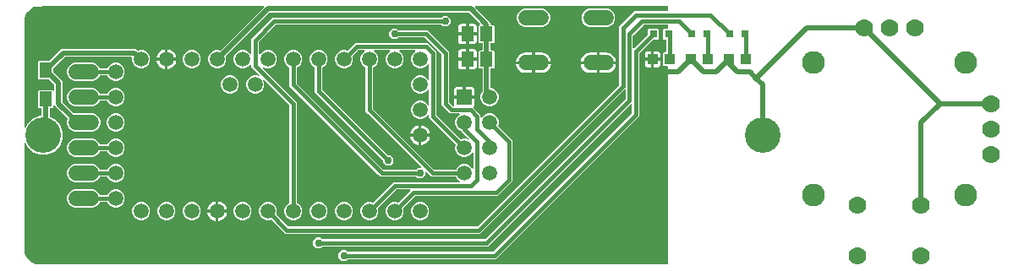
<source format=gbr>
G04 EAGLE Gerber RS-274X export*
G75*
%MOMM*%
%FSLAX34Y34*%
%LPD*%
%INTop Copper*%
%IPPOS*%
%AMOC8*
5,1,8,0,0,1.08239X$1,22.5*%
G01*
%ADD10R,1.508000X1.508000*%
%ADD11C,1.508000*%
%ADD12C,2.286000*%
%ADD13C,1.778000*%
%ADD14C,3.556000*%
%ADD15R,1.300000X1.500000*%
%ADD16R,0.800000X0.800000*%
%ADD17R,1.000000X1.100000*%
%ADD18C,1.524000*%
%ADD19R,1.200000X1.500000*%
%ADD20C,0.508000*%
%ADD21C,0.756400*%
%ADD22C,0.406400*%

G36*
X654070Y10037D02*
X654070Y10037D01*
X654089Y10035D01*
X654191Y10057D01*
X654293Y10073D01*
X654310Y10083D01*
X654330Y10087D01*
X654419Y10140D01*
X654510Y10189D01*
X654524Y10203D01*
X654541Y10213D01*
X654608Y10292D01*
X654680Y10367D01*
X654688Y10385D01*
X654701Y10400D01*
X654740Y10496D01*
X654783Y10590D01*
X654785Y10610D01*
X654793Y10628D01*
X654811Y10795D01*
X654811Y208114D01*
X654808Y208134D01*
X654810Y208153D01*
X654788Y208255D01*
X654772Y208357D01*
X654762Y208374D01*
X654758Y208394D01*
X654705Y208483D01*
X654656Y208574D01*
X654642Y208588D01*
X654632Y208605D01*
X654553Y208672D01*
X654478Y208744D01*
X654460Y208752D01*
X654445Y208765D01*
X654349Y208804D01*
X654255Y208847D01*
X654235Y208849D01*
X654217Y208857D01*
X654050Y208875D01*
X650568Y208875D01*
X649675Y209768D01*
X649675Y222032D01*
X650568Y222925D01*
X651882Y222925D01*
X651902Y222928D01*
X651921Y222926D01*
X652023Y222948D01*
X652125Y222964D01*
X652142Y222974D01*
X652162Y222978D01*
X652251Y223031D01*
X652342Y223080D01*
X652356Y223094D01*
X652373Y223104D01*
X652440Y223183D01*
X652512Y223258D01*
X652520Y223276D01*
X652533Y223291D01*
X652572Y223387D01*
X652615Y223481D01*
X652617Y223501D01*
X652625Y223519D01*
X652643Y223686D01*
X652643Y235014D01*
X652640Y235034D01*
X652642Y235053D01*
X652620Y235155D01*
X652604Y235257D01*
X652594Y235274D01*
X652590Y235294D01*
X652537Y235383D01*
X652488Y235474D01*
X652474Y235488D01*
X652464Y235505D01*
X652385Y235572D01*
X652310Y235644D01*
X652292Y235652D01*
X652277Y235665D01*
X652181Y235704D01*
X652087Y235747D01*
X652067Y235749D01*
X652049Y235757D01*
X651882Y235775D01*
X650568Y235775D01*
X649675Y236668D01*
X649675Y245932D01*
X650568Y246825D01*
X654050Y246825D01*
X654070Y246828D01*
X654089Y246826D01*
X654191Y246848D01*
X654293Y246864D01*
X654310Y246874D01*
X654330Y246878D01*
X654419Y246931D01*
X654510Y246980D01*
X654524Y246994D01*
X654541Y247004D01*
X654608Y247083D01*
X654680Y247158D01*
X654688Y247176D01*
X654701Y247191D01*
X654740Y247287D01*
X654783Y247381D01*
X654785Y247401D01*
X654793Y247419D01*
X654811Y247586D01*
X654811Y249682D01*
X654808Y249702D01*
X654810Y249721D01*
X654788Y249823D01*
X654772Y249925D01*
X654762Y249942D01*
X654758Y249962D01*
X654705Y250051D01*
X654656Y250142D01*
X654642Y250156D01*
X654632Y250173D01*
X654553Y250240D01*
X654478Y250312D01*
X654460Y250320D01*
X654445Y250333D01*
X654349Y250372D01*
X654255Y250415D01*
X654235Y250417D01*
X654217Y250425D01*
X654050Y250443D01*
X630439Y250443D01*
X630348Y250429D01*
X630258Y250421D01*
X630228Y250409D01*
X630196Y250404D01*
X630115Y250361D01*
X630031Y250325D01*
X629999Y250299D01*
X629978Y250288D01*
X629956Y250265D01*
X629900Y250220D01*
X619730Y240050D01*
X619677Y239976D01*
X619617Y239906D01*
X619605Y239876D01*
X619586Y239850D01*
X619559Y239763D01*
X619525Y239678D01*
X619521Y239637D01*
X619514Y239615D01*
X619515Y239583D01*
X619507Y239511D01*
X619507Y227475D01*
X619518Y227404D01*
X619520Y227332D01*
X619538Y227283D01*
X619546Y227232D01*
X619580Y227168D01*
X619605Y227101D01*
X619637Y227060D01*
X619662Y227014D01*
X619713Y226965D01*
X619758Y226909D01*
X619802Y226881D01*
X619840Y226845D01*
X619905Y226815D01*
X619965Y226776D01*
X620016Y226763D01*
X620063Y226741D01*
X620134Y226733D01*
X620204Y226716D01*
X620256Y226720D01*
X620307Y226714D01*
X620378Y226730D01*
X620449Y226735D01*
X620497Y226755D01*
X620548Y226767D01*
X620609Y226803D01*
X620675Y226831D01*
X620731Y226876D01*
X620759Y226893D01*
X620774Y226911D01*
X620806Y226936D01*
X621050Y227180D01*
X634452Y240582D01*
X634505Y240656D01*
X634565Y240726D01*
X634577Y240756D01*
X634596Y240782D01*
X634623Y240869D01*
X634657Y240954D01*
X634661Y240995D01*
X634668Y241017D01*
X634667Y241049D01*
X634675Y241121D01*
X634675Y245932D01*
X635568Y246825D01*
X644832Y246825D01*
X645725Y245932D01*
X645725Y236668D01*
X644832Y235775D01*
X640021Y235775D01*
X639930Y235761D01*
X639840Y235753D01*
X639810Y235741D01*
X639778Y235736D01*
X639697Y235693D01*
X639613Y235657D01*
X639581Y235631D01*
X639560Y235620D01*
X639538Y235597D01*
X639482Y235552D01*
X626080Y222150D01*
X626027Y222076D01*
X625967Y222006D01*
X625955Y221976D01*
X625936Y221950D01*
X625909Y221863D01*
X625875Y221778D01*
X625871Y221737D01*
X625864Y221715D01*
X625865Y221683D01*
X625857Y221611D01*
X625857Y158969D01*
X482381Y15493D01*
X334463Y15493D01*
X334373Y15479D01*
X334282Y15471D01*
X334253Y15459D01*
X334221Y15454D01*
X334140Y15411D01*
X334056Y15375D01*
X334024Y15349D01*
X334003Y15338D01*
X333981Y15315D01*
X333925Y15270D01*
X332398Y13743D01*
X328002Y13743D01*
X324893Y16852D01*
X324893Y21248D01*
X328002Y24357D01*
X332398Y24357D01*
X333925Y22830D01*
X333999Y22777D01*
X334069Y22717D01*
X334099Y22705D01*
X334125Y22686D01*
X334212Y22659D01*
X334297Y22625D01*
X334338Y22621D01*
X334360Y22614D01*
X334392Y22615D01*
X334463Y22607D01*
X479119Y22607D01*
X479210Y22621D01*
X479300Y22629D01*
X479330Y22641D01*
X479362Y22646D01*
X479443Y22689D01*
X479527Y22725D01*
X479559Y22751D01*
X479580Y22762D01*
X479602Y22785D01*
X479658Y22830D01*
X618520Y161692D01*
X618573Y161766D01*
X618633Y161836D01*
X618645Y161866D01*
X618664Y161892D01*
X618691Y161979D01*
X618725Y162064D01*
X618729Y162105D01*
X618736Y162127D01*
X618735Y162159D01*
X618743Y162231D01*
X618743Y170620D01*
X618732Y170691D01*
X618730Y170763D01*
X618712Y170812D01*
X618704Y170863D01*
X618670Y170926D01*
X618645Y170994D01*
X618613Y171034D01*
X618588Y171080D01*
X618537Y171130D01*
X618492Y171186D01*
X618448Y171214D01*
X618410Y171250D01*
X618345Y171280D01*
X618285Y171319D01*
X618234Y171331D01*
X618187Y171353D01*
X618116Y171361D01*
X618046Y171379D01*
X617994Y171375D01*
X617943Y171380D01*
X617872Y171365D01*
X617801Y171360D01*
X617753Y171339D01*
X617702Y171328D01*
X617641Y171291D01*
X617575Y171263D01*
X617519Y171218D01*
X617491Y171202D01*
X617476Y171184D01*
X617444Y171158D01*
X617200Y170915D01*
X474479Y28193D01*
X309063Y28193D01*
X308973Y28179D01*
X308882Y28171D01*
X308853Y28159D01*
X308821Y28154D01*
X308740Y28111D01*
X308656Y28075D01*
X308624Y28049D01*
X308603Y28038D01*
X308581Y28015D01*
X308525Y27970D01*
X306998Y26443D01*
X302602Y26443D01*
X299493Y29552D01*
X299493Y33948D01*
X302602Y37057D01*
X306998Y37057D01*
X308525Y35530D01*
X308599Y35477D01*
X308669Y35417D01*
X308699Y35405D01*
X308725Y35386D01*
X308812Y35359D01*
X308897Y35325D01*
X308938Y35321D01*
X308960Y35314D01*
X308992Y35315D01*
X309063Y35307D01*
X471217Y35307D01*
X471307Y35321D01*
X471398Y35329D01*
X471428Y35341D01*
X471460Y35346D01*
X471540Y35389D01*
X471624Y35425D01*
X471656Y35451D01*
X471677Y35462D01*
X471699Y35485D01*
X471755Y35530D01*
X612170Y175945D01*
X612223Y176019D01*
X612283Y176088D01*
X612295Y176118D01*
X612314Y176145D01*
X612341Y176232D01*
X612375Y176316D01*
X612379Y176357D01*
X612386Y176380D01*
X612385Y176412D01*
X612393Y176483D01*
X612393Y184873D01*
X612382Y184943D01*
X612380Y185015D01*
X612362Y185064D01*
X612354Y185116D01*
X612320Y185179D01*
X612295Y185246D01*
X612263Y185287D01*
X612238Y185333D01*
X612187Y185382D01*
X612142Y185438D01*
X612098Y185466D01*
X612060Y185502D01*
X611995Y185533D01*
X611935Y185571D01*
X611884Y185584D01*
X611837Y185606D01*
X611766Y185614D01*
X611696Y185631D01*
X611644Y185627D01*
X611593Y185633D01*
X611522Y185618D01*
X611451Y185612D01*
X611403Y185592D01*
X611352Y185581D01*
X611291Y185544D01*
X611225Y185516D01*
X611169Y185471D01*
X611141Y185455D01*
X611126Y185437D01*
X611094Y185411D01*
X610850Y185168D01*
X466576Y40893D01*
X271577Y40893D01*
X269270Y43200D01*
X257741Y54729D01*
X257662Y54786D01*
X257602Y54837D01*
X257581Y54845D01*
X257552Y54867D01*
X257546Y54869D01*
X257541Y54873D01*
X257430Y54907D01*
X257423Y54909D01*
X257374Y54929D01*
X257356Y54931D01*
X257318Y54943D01*
X257312Y54943D01*
X257306Y54945D01*
X257243Y54944D01*
X257207Y54947D01*
X257191Y54947D01*
X257156Y54942D01*
X257072Y54941D01*
X257065Y54939D01*
X257060Y54939D01*
X257043Y54932D01*
X256970Y54911D01*
X256948Y54908D01*
X256937Y54902D01*
X256911Y54894D01*
X255803Y54435D01*
X252197Y54435D01*
X248865Y55815D01*
X246315Y58365D01*
X244935Y61697D01*
X244935Y65303D01*
X246315Y68635D01*
X248865Y71185D01*
X252197Y72565D01*
X255803Y72565D01*
X259135Y71185D01*
X261685Y68635D01*
X263065Y65303D01*
X263065Y61697D01*
X262606Y60589D01*
X262579Y60475D01*
X262551Y60362D01*
X262551Y60355D01*
X262550Y60349D01*
X262561Y60233D01*
X262570Y60116D01*
X262572Y60111D01*
X262573Y60104D01*
X262621Y59996D01*
X262666Y59890D01*
X262671Y59884D01*
X262673Y59880D01*
X262685Y59866D01*
X262745Y59792D01*
X262749Y59785D01*
X262753Y59782D01*
X262771Y59759D01*
X274300Y48230D01*
X274374Y48177D01*
X274444Y48117D01*
X274474Y48105D01*
X274500Y48086D01*
X274587Y48059D01*
X274672Y48025D01*
X274713Y48021D01*
X274735Y48014D01*
X274767Y48015D01*
X274839Y48007D01*
X463314Y48007D01*
X463404Y48021D01*
X463495Y48029D01*
X463525Y48041D01*
X463557Y48046D01*
X463638Y48089D01*
X463721Y48125D01*
X463754Y48151D01*
X463774Y48162D01*
X463796Y48185D01*
X463852Y48230D01*
X605820Y190198D01*
X605873Y190272D01*
X605933Y190341D01*
X605945Y190371D01*
X605964Y190397D01*
X605991Y190484D01*
X606025Y190569D01*
X606029Y190610D01*
X606036Y190632D01*
X606035Y190665D01*
X606043Y190736D01*
X606043Y249123D01*
X620827Y263907D01*
X654050Y263907D01*
X654070Y263910D01*
X654089Y263908D01*
X654191Y263930D01*
X654293Y263946D01*
X654310Y263956D01*
X654330Y263960D01*
X654419Y264013D01*
X654510Y264062D01*
X654524Y264076D01*
X654541Y264086D01*
X654608Y264165D01*
X654680Y264240D01*
X654688Y264258D01*
X654701Y264273D01*
X654740Y264369D01*
X654783Y264463D01*
X654785Y264483D01*
X654793Y264501D01*
X654811Y264668D01*
X654811Y268605D01*
X654808Y268625D01*
X654810Y268644D01*
X654788Y268746D01*
X654772Y268848D01*
X654762Y268865D01*
X654758Y268885D01*
X654705Y268974D01*
X654656Y269065D01*
X654642Y269079D01*
X654632Y269096D01*
X654553Y269163D01*
X654478Y269235D01*
X654460Y269243D01*
X654445Y269256D01*
X654349Y269295D01*
X654255Y269338D01*
X654235Y269340D01*
X654217Y269348D01*
X654050Y269366D01*
X462020Y269366D01*
X461949Y269355D01*
X461877Y269353D01*
X461829Y269335D01*
X461777Y269327D01*
X461714Y269293D01*
X461646Y269268D01*
X461606Y269236D01*
X461560Y269211D01*
X461510Y269159D01*
X461454Y269115D01*
X461426Y269071D01*
X461390Y269033D01*
X461360Y268968D01*
X461321Y268908D01*
X461309Y268857D01*
X461287Y268810D01*
X461279Y268739D01*
X461261Y268669D01*
X461265Y268617D01*
X461260Y268566D01*
X461275Y268495D01*
X461281Y268424D01*
X461301Y268376D01*
X461312Y268325D01*
X461349Y268264D01*
X461377Y268198D01*
X461422Y268142D01*
X461438Y268114D01*
X461456Y268099D01*
X461482Y268067D01*
X477115Y252434D01*
X477115Y251086D01*
X477118Y251066D01*
X477116Y251047D01*
X477138Y250945D01*
X477154Y250843D01*
X477164Y250826D01*
X477168Y250806D01*
X477221Y250717D01*
X477270Y250626D01*
X477284Y250612D01*
X477294Y250595D01*
X477373Y250528D01*
X477448Y250456D01*
X477466Y250448D01*
X477481Y250435D01*
X477577Y250396D01*
X477671Y250353D01*
X477691Y250351D01*
X477709Y250343D01*
X477876Y250325D01*
X480182Y250325D01*
X481075Y249432D01*
X481075Y233168D01*
X480182Y232275D01*
X477876Y232275D01*
X477856Y232272D01*
X477837Y232274D01*
X477735Y232252D01*
X477633Y232236D01*
X477616Y232226D01*
X477596Y232222D01*
X477507Y232169D01*
X477416Y232120D01*
X477402Y232106D01*
X477385Y232096D01*
X477318Y232017D01*
X477246Y231942D01*
X477238Y231924D01*
X477225Y231909D01*
X477186Y231813D01*
X477143Y231719D01*
X477141Y231699D01*
X477133Y231681D01*
X477115Y231514D01*
X477115Y225686D01*
X477118Y225666D01*
X477116Y225647D01*
X477138Y225545D01*
X477154Y225443D01*
X477164Y225426D01*
X477168Y225406D01*
X477221Y225317D01*
X477270Y225226D01*
X477284Y225212D01*
X477294Y225195D01*
X477373Y225128D01*
X477448Y225056D01*
X477466Y225048D01*
X477481Y225035D01*
X477577Y224996D01*
X477671Y224953D01*
X477691Y224951D01*
X477709Y224943D01*
X477876Y224925D01*
X480182Y224925D01*
X481075Y224032D01*
X481075Y207768D01*
X480182Y206875D01*
X477876Y206875D01*
X477856Y206872D01*
X477837Y206874D01*
X477735Y206852D01*
X477633Y206836D01*
X477616Y206826D01*
X477596Y206822D01*
X477507Y206769D01*
X477416Y206720D01*
X477402Y206706D01*
X477385Y206696D01*
X477318Y206617D01*
X477246Y206542D01*
X477238Y206524D01*
X477225Y206509D01*
X477186Y206413D01*
X477143Y206319D01*
X477141Y206299D01*
X477133Y206281D01*
X477115Y206114D01*
X477115Y187626D01*
X477118Y187606D01*
X477116Y187587D01*
X477138Y187485D01*
X477154Y187383D01*
X477164Y187366D01*
X477168Y187346D01*
X477221Y187257D01*
X477270Y187166D01*
X477284Y187152D01*
X477294Y187135D01*
X477373Y187068D01*
X477448Y186996D01*
X477466Y186988D01*
X477481Y186975D01*
X477577Y186936D01*
X477671Y186893D01*
X477691Y186891D01*
X477709Y186883D01*
X477876Y186865D01*
X478053Y186865D01*
X481385Y185485D01*
X483935Y182935D01*
X485315Y179603D01*
X485315Y175997D01*
X483935Y172665D01*
X481385Y170115D01*
X478053Y168735D01*
X474447Y168735D01*
X471115Y170115D01*
X468565Y172665D01*
X467185Y175997D01*
X467185Y179603D01*
X468565Y182935D01*
X468762Y183132D01*
X468815Y183206D01*
X468875Y183275D01*
X468887Y183305D01*
X468906Y183332D01*
X468933Y183418D01*
X468967Y183503D01*
X468971Y183544D01*
X468978Y183567D01*
X468977Y183599D01*
X468985Y183670D01*
X468985Y206114D01*
X468982Y206134D01*
X468984Y206153D01*
X468962Y206255D01*
X468946Y206357D01*
X468936Y206374D01*
X468932Y206394D01*
X468879Y206483D01*
X468830Y206574D01*
X468816Y206588D01*
X468806Y206605D01*
X468727Y206672D01*
X468652Y206744D01*
X468634Y206752D01*
X468619Y206765D01*
X468523Y206804D01*
X468429Y206847D01*
X468409Y206849D01*
X468391Y206857D01*
X468224Y206875D01*
X465918Y206875D01*
X465025Y207768D01*
X465025Y224032D01*
X465918Y224925D01*
X468224Y224925D01*
X468244Y224928D01*
X468263Y224926D01*
X468365Y224948D01*
X468467Y224964D01*
X468484Y224974D01*
X468504Y224978D01*
X468593Y225031D01*
X468684Y225080D01*
X468698Y225094D01*
X468715Y225104D01*
X468782Y225183D01*
X468854Y225258D01*
X468862Y225276D01*
X468875Y225291D01*
X468914Y225387D01*
X468957Y225481D01*
X468959Y225501D01*
X468967Y225519D01*
X468985Y225686D01*
X468985Y231514D01*
X468982Y231534D01*
X468984Y231553D01*
X468962Y231655D01*
X468946Y231757D01*
X468936Y231774D01*
X468932Y231794D01*
X468879Y231883D01*
X468830Y231974D01*
X468816Y231988D01*
X468806Y232005D01*
X468727Y232072D01*
X468652Y232144D01*
X468634Y232152D01*
X468619Y232165D01*
X468523Y232204D01*
X468429Y232247D01*
X468409Y232249D01*
X468391Y232257D01*
X468224Y232275D01*
X465918Y232275D01*
X465025Y233168D01*
X465025Y249432D01*
X465924Y250330D01*
X465960Y250336D01*
X466032Y250338D01*
X466080Y250356D01*
X466132Y250364D01*
X466195Y250398D01*
X466263Y250423D01*
X466303Y250455D01*
X466349Y250480D01*
X466399Y250532D01*
X466455Y250576D01*
X466483Y250620D01*
X466519Y250658D01*
X466549Y250723D01*
X466588Y250783D01*
X466600Y250834D01*
X466622Y250881D01*
X466630Y250952D01*
X466648Y251022D01*
X466644Y251074D01*
X466649Y251125D01*
X466634Y251196D01*
X466628Y251267D01*
X466608Y251315D01*
X466597Y251366D01*
X466560Y251427D01*
X466532Y251493D01*
X466487Y251549D01*
X466471Y251577D01*
X466453Y251592D01*
X466427Y251624D01*
X455739Y262312D01*
X455665Y262365D01*
X455596Y262425D01*
X455566Y262437D01*
X455540Y262456D01*
X455453Y262483D01*
X455368Y262517D01*
X455327Y262521D01*
X455304Y262528D01*
X455272Y262527D01*
X455201Y262535D01*
X255899Y262535D01*
X255809Y262521D01*
X255718Y262513D01*
X255688Y262501D01*
X255656Y262496D01*
X255576Y262453D01*
X255492Y262417D01*
X255460Y262391D01*
X255439Y262380D01*
X255417Y262357D01*
X255361Y262312D01*
X212181Y219133D01*
X212136Y219070D01*
X212112Y219044D01*
X212102Y219023D01*
X212043Y218944D01*
X212041Y218938D01*
X212038Y218933D01*
X212003Y218821D01*
X211967Y218710D01*
X211967Y218704D01*
X211965Y218698D01*
X211968Y218581D01*
X211969Y218464D01*
X211972Y218457D01*
X211972Y218452D01*
X211978Y218435D01*
X212016Y218303D01*
X212265Y217703D01*
X212265Y214097D01*
X210885Y210765D01*
X208335Y208215D01*
X205003Y206835D01*
X201397Y206835D01*
X198065Y208215D01*
X195515Y210765D01*
X194135Y214097D01*
X194135Y217703D01*
X195515Y221035D01*
X198065Y223585D01*
X201397Y224965D01*
X205003Y224965D01*
X205603Y224716D01*
X205717Y224689D01*
X205830Y224661D01*
X205837Y224661D01*
X205843Y224660D01*
X205959Y224671D01*
X206076Y224680D01*
X206081Y224682D01*
X206088Y224683D01*
X206195Y224731D01*
X206302Y224776D01*
X206308Y224781D01*
X206312Y224783D01*
X206326Y224796D01*
X206433Y224881D01*
X249611Y268059D01*
X249617Y268065D01*
X249660Y268124D01*
X249710Y268177D01*
X249731Y268223D01*
X249761Y268265D01*
X249783Y268334D01*
X249813Y268400D01*
X249819Y268451D01*
X249834Y268500D01*
X249832Y268572D01*
X249840Y268644D01*
X249829Y268694D01*
X249828Y268746D01*
X249803Y268814D01*
X249788Y268885D01*
X249762Y268929D01*
X249744Y268977D01*
X249699Y269034D01*
X249662Y269096D01*
X249623Y269129D01*
X249591Y269169D01*
X249530Y269209D01*
X249475Y269256D01*
X249428Y269275D01*
X249385Y269303D01*
X249314Y269321D01*
X249247Y269348D01*
X249177Y269356D01*
X249146Y269363D01*
X249122Y269362D01*
X249080Y269366D01*
X28964Y269366D01*
X28900Y269356D01*
X28834Y269355D01*
X28754Y269332D01*
X28722Y269327D01*
X28705Y269317D01*
X28673Y269308D01*
X27550Y268843D01*
X22139Y268843D01*
X22122Y268840D01*
X22104Y268842D01*
X21939Y268816D01*
X19719Y268210D01*
X19705Y268203D01*
X19689Y268201D01*
X19536Y268133D01*
X16272Y266227D01*
X16260Y266217D01*
X16246Y266211D01*
X16115Y266105D01*
X13456Y263419D01*
X13447Y263406D01*
X13434Y263397D01*
X13336Y263261D01*
X11462Y259978D01*
X11457Y259964D01*
X11447Y259951D01*
X11387Y259794D01*
X10427Y256139D01*
X10425Y256115D01*
X10403Y255991D01*
X10289Y254103D01*
X10291Y254086D01*
X10288Y254057D01*
X10288Y254030D01*
X10288Y254029D01*
X10288Y254027D01*
X10298Y251925D01*
X10297Y251911D01*
X10289Y251879D01*
X10291Y251861D01*
X10288Y251831D01*
X10288Y148073D01*
X10303Y147977D01*
X10313Y147880D01*
X10323Y147856D01*
X10327Y147830D01*
X10373Y147744D01*
X10413Y147655D01*
X10430Y147636D01*
X10443Y147613D01*
X10513Y147546D01*
X10579Y147474D01*
X10602Y147462D01*
X10621Y147444D01*
X10709Y147403D01*
X10795Y147356D01*
X10820Y147351D01*
X10844Y147340D01*
X10941Y147329D01*
X11037Y147312D01*
X11063Y147316D01*
X11088Y147313D01*
X11184Y147333D01*
X11280Y147348D01*
X11303Y147359D01*
X11329Y147365D01*
X11412Y147415D01*
X11499Y147459D01*
X11518Y147478D01*
X11540Y147491D01*
X11603Y147565D01*
X11671Y147635D01*
X11687Y147663D01*
X11700Y147678D01*
X11712Y147709D01*
X11752Y147782D01*
X12934Y150635D01*
X18365Y156066D01*
X25460Y159005D01*
X26924Y159005D01*
X26944Y159008D01*
X26963Y159006D01*
X27065Y159028D01*
X27167Y159044D01*
X27184Y159054D01*
X27204Y159058D01*
X27293Y159111D01*
X27384Y159160D01*
X27398Y159174D01*
X27415Y159184D01*
X27482Y159263D01*
X27554Y159338D01*
X27562Y159356D01*
X27575Y159371D01*
X27614Y159467D01*
X27657Y159561D01*
X27659Y159581D01*
X27667Y159599D01*
X27685Y159766D01*
X27685Y166214D01*
X27682Y166234D01*
X27684Y166253D01*
X27662Y166355D01*
X27646Y166457D01*
X27636Y166474D01*
X27632Y166494D01*
X27579Y166583D01*
X27530Y166674D01*
X27516Y166688D01*
X27506Y166705D01*
X27427Y166772D01*
X27352Y166844D01*
X27334Y166852D01*
X27319Y166865D01*
X27223Y166904D01*
X27129Y166947D01*
X27109Y166949D01*
X27091Y166957D01*
X26924Y166975D01*
X25118Y166975D01*
X24225Y167868D01*
X24225Y184132D01*
X25118Y185025D01*
X38382Y185025D01*
X39086Y184321D01*
X39144Y184279D01*
X39196Y184229D01*
X39243Y184207D01*
X39285Y184177D01*
X39354Y184156D01*
X39419Y184126D01*
X39471Y184120D01*
X39521Y184105D01*
X39592Y184107D01*
X39663Y184099D01*
X39714Y184110D01*
X39766Y184111D01*
X39834Y184136D01*
X39904Y184151D01*
X39949Y184178D01*
X39997Y184195D01*
X40053Y184240D01*
X40115Y184277D01*
X40149Y184317D01*
X40189Y184349D01*
X40228Y184409D01*
X40275Y184464D01*
X40294Y184512D01*
X40322Y184556D01*
X40340Y184626D01*
X40367Y184692D01*
X40375Y184763D01*
X40383Y184795D01*
X40381Y184818D01*
X40385Y184859D01*
X40385Y190301D01*
X40371Y190391D01*
X40363Y190482D01*
X40351Y190512D01*
X40346Y190544D01*
X40303Y190624D01*
X40267Y190708D01*
X40241Y190740D01*
X40230Y190761D01*
X40207Y190783D01*
X40162Y190839D01*
X35249Y195752D01*
X35175Y195805D01*
X35106Y195865D01*
X35076Y195877D01*
X35050Y195896D01*
X34963Y195923D01*
X34878Y195957D01*
X34837Y195961D01*
X34815Y195968D01*
X34782Y195967D01*
X34711Y195975D01*
X25118Y195975D01*
X24225Y196868D01*
X24225Y213132D01*
X25118Y214025D01*
X34711Y214025D01*
X34801Y214039D01*
X34892Y214047D01*
X34922Y214059D01*
X34954Y214064D01*
X35034Y214107D01*
X35118Y214143D01*
X35150Y214169D01*
X35171Y214180D01*
X35193Y214202D01*
X35195Y214204D01*
X35198Y214207D01*
X35249Y214248D01*
X44712Y223711D01*
X47316Y226315D01*
X122334Y226315D01*
X123767Y224881D01*
X123863Y224813D01*
X123956Y224743D01*
X123962Y224741D01*
X123967Y224738D01*
X124079Y224703D01*
X124190Y224667D01*
X124196Y224667D01*
X124202Y224665D01*
X124319Y224668D01*
X124436Y224669D01*
X124443Y224672D01*
X124448Y224672D01*
X124465Y224678D01*
X124597Y224716D01*
X125197Y224965D01*
X128803Y224965D01*
X132135Y223585D01*
X134685Y221035D01*
X136065Y217703D01*
X136065Y214097D01*
X134685Y210765D01*
X132135Y208215D01*
X128803Y206835D01*
X125197Y206835D01*
X121865Y208215D01*
X119315Y210765D01*
X117935Y214097D01*
X117935Y217424D01*
X117932Y217444D01*
X117934Y217463D01*
X117912Y217565D01*
X117896Y217667D01*
X117886Y217684D01*
X117882Y217704D01*
X117829Y217793D01*
X117780Y217884D01*
X117766Y217898D01*
X117756Y217915D01*
X117677Y217982D01*
X117602Y218054D01*
X117584Y218062D01*
X117569Y218075D01*
X117473Y218114D01*
X117379Y218157D01*
X117359Y218159D01*
X117341Y218167D01*
X117174Y218185D01*
X50999Y218185D01*
X50909Y218171D01*
X50818Y218163D01*
X50788Y218151D01*
X50756Y218146D01*
X50676Y218103D01*
X50592Y218067D01*
X50560Y218041D01*
X50539Y218030D01*
X50517Y218007D01*
X50461Y217962D01*
X39498Y206999D01*
X39445Y206925D01*
X39385Y206856D01*
X39373Y206826D01*
X39354Y206800D01*
X39327Y206713D01*
X39293Y206628D01*
X39289Y206587D01*
X39282Y206565D01*
X39283Y206532D01*
X39275Y206461D01*
X39275Y203539D01*
X39289Y203449D01*
X39297Y203358D01*
X39309Y203328D01*
X39314Y203296D01*
X39357Y203216D01*
X39393Y203132D01*
X39419Y203100D01*
X39430Y203079D01*
X39453Y203057D01*
X39498Y203001D01*
X45911Y196588D01*
X48515Y193984D01*
X48515Y173449D01*
X48529Y173359D01*
X48537Y173268D01*
X48549Y173238D01*
X48554Y173206D01*
X48597Y173126D01*
X48633Y173042D01*
X48659Y173010D01*
X48670Y172989D01*
X48693Y172967D01*
X48738Y172911D01*
X59881Y161768D01*
X59955Y161715D01*
X60024Y161655D01*
X60054Y161643D01*
X60080Y161624D01*
X60167Y161597D01*
X60252Y161563D01*
X60293Y161559D01*
X60316Y161552D01*
X60348Y161553D01*
X60419Y161545D01*
X79289Y161545D01*
X82650Y160153D01*
X85223Y157580D01*
X86615Y154219D01*
X86615Y150581D01*
X85223Y147220D01*
X82650Y144647D01*
X79289Y143255D01*
X60411Y143255D01*
X57050Y144647D01*
X54477Y147220D01*
X53085Y150581D01*
X53085Y154219D01*
X53725Y155762D01*
X53751Y155876D01*
X53780Y155990D01*
X53779Y155996D01*
X53781Y156002D01*
X53770Y156119D01*
X53761Y156235D01*
X53758Y156240D01*
X53758Y156247D01*
X53710Y156354D01*
X53664Y156461D01*
X53660Y156467D01*
X53658Y156472D01*
X53645Y156485D01*
X53560Y156592D01*
X40574Y169577D01*
X40516Y169619D01*
X40464Y169669D01*
X40417Y169691D01*
X40375Y169721D01*
X40306Y169742D01*
X40241Y169772D01*
X40189Y169778D01*
X40139Y169793D01*
X40068Y169791D01*
X39997Y169799D01*
X39946Y169788D01*
X39894Y169787D01*
X39826Y169762D01*
X39756Y169747D01*
X39712Y169720D01*
X39663Y169702D01*
X39607Y169658D01*
X39545Y169621D01*
X39511Y169581D01*
X39471Y169549D01*
X39432Y169488D01*
X39385Y169434D01*
X39366Y169386D01*
X39338Y169342D01*
X39320Y169272D01*
X39293Y169206D01*
X39285Y169134D01*
X39277Y169103D01*
X39279Y169080D01*
X39275Y169039D01*
X39275Y167868D01*
X38382Y166975D01*
X36576Y166975D01*
X36556Y166972D01*
X36537Y166974D01*
X36435Y166952D01*
X36333Y166936D01*
X36316Y166926D01*
X36296Y166922D01*
X36207Y166869D01*
X36116Y166820D01*
X36102Y166806D01*
X36085Y166796D01*
X36018Y166717D01*
X35946Y166642D01*
X35938Y166624D01*
X35925Y166609D01*
X35886Y166513D01*
X35843Y166419D01*
X35841Y166399D01*
X35833Y166381D01*
X35815Y166214D01*
X35815Y158405D01*
X35834Y158291D01*
X35851Y158175D01*
X35853Y158169D01*
X35854Y158163D01*
X35909Y158060D01*
X35962Y157955D01*
X35967Y157951D01*
X35970Y157945D01*
X36054Y157865D01*
X36138Y157783D01*
X36144Y157779D01*
X36148Y157776D01*
X36165Y157768D01*
X36285Y157702D01*
X40235Y156066D01*
X45666Y150635D01*
X48605Y143540D01*
X48605Y135860D01*
X45666Y128765D01*
X40235Y123334D01*
X33140Y120395D01*
X25460Y120395D01*
X18365Y123334D01*
X12934Y128765D01*
X11752Y131618D01*
X11701Y131701D01*
X11655Y131787D01*
X11637Y131805D01*
X11623Y131827D01*
X11547Y131890D01*
X11477Y131956D01*
X11453Y131967D01*
X11433Y131984D01*
X11342Y132019D01*
X11254Y132060D01*
X11228Y132063D01*
X11204Y132072D01*
X11106Y132076D01*
X11010Y132087D01*
X10984Y132082D01*
X10958Y132083D01*
X10864Y132056D01*
X10769Y132035D01*
X10747Y132022D01*
X10722Y132014D01*
X10642Y131959D01*
X10558Y131909D01*
X10541Y131889D01*
X10520Y131874D01*
X10461Y131796D01*
X10398Y131722D01*
X10388Y131698D01*
X10373Y131677D01*
X10343Y131584D01*
X10306Y131494D01*
X10303Y131461D01*
X10297Y131443D01*
X10297Y131410D01*
X10288Y131327D01*
X10288Y28964D01*
X10298Y28900D01*
X10299Y28834D01*
X10322Y28754D01*
X10327Y28722D01*
X10337Y28705D01*
X10346Y28673D01*
X10811Y27550D01*
X10811Y21898D01*
X10813Y21885D01*
X10811Y21871D01*
X10836Y21705D01*
X11387Y19606D01*
X11393Y19591D01*
X11396Y19576D01*
X11462Y19422D01*
X13336Y16139D01*
X13346Y16127D01*
X13352Y16112D01*
X13456Y15981D01*
X16115Y13295D01*
X16128Y13286D01*
X16138Y13273D01*
X16272Y13173D01*
X19536Y11267D01*
X19551Y11261D01*
X19563Y11252D01*
X19719Y11190D01*
X21939Y10584D01*
X21956Y10582D01*
X21972Y10575D01*
X22139Y10557D01*
X27550Y10557D01*
X28673Y10092D01*
X28737Y10077D01*
X28798Y10052D01*
X28881Y10043D01*
X28913Y10036D01*
X28932Y10037D01*
X28964Y10034D01*
X654050Y10034D01*
X654070Y10037D01*
G37*
%LPC*%
G36*
X353797Y54435D02*
X353797Y54435D01*
X350465Y55815D01*
X347915Y58365D01*
X346535Y61697D01*
X346535Y65303D01*
X347915Y68635D01*
X350465Y71185D01*
X353797Y72565D01*
X357403Y72565D01*
X358511Y72106D01*
X358625Y72079D01*
X358738Y72051D01*
X358745Y72051D01*
X358751Y72050D01*
X358867Y72061D01*
X358984Y72070D01*
X358989Y72072D01*
X358996Y72073D01*
X359103Y72121D01*
X359210Y72166D01*
X359216Y72171D01*
X359220Y72173D01*
X359234Y72185D01*
X359341Y72271D01*
X379527Y92457D01*
X445409Y92457D01*
X445506Y92472D01*
X445603Y92482D01*
X445626Y92492D01*
X445652Y92496D01*
X445738Y92542D01*
X445827Y92582D01*
X445847Y92599D01*
X445870Y92612D01*
X445937Y92682D01*
X446008Y92748D01*
X446021Y92771D01*
X446039Y92790D01*
X446080Y92878D01*
X446127Y92964D01*
X446132Y92989D01*
X446143Y93013D01*
X446153Y93110D01*
X446171Y93206D01*
X446167Y93232D01*
X446170Y93257D01*
X446149Y93353D01*
X446135Y93449D01*
X446123Y93472D01*
X446117Y93498D01*
X446067Y93581D01*
X446023Y93668D01*
X446005Y93687D01*
X445991Y93709D01*
X445917Y93772D01*
X445848Y93841D01*
X445819Y93856D01*
X445804Y93869D01*
X445774Y93881D01*
X445720Y93911D01*
X443165Y96465D01*
X442706Y97573D01*
X442645Y97673D01*
X442585Y97773D01*
X442580Y97777D01*
X442577Y97782D01*
X442487Y97857D01*
X442398Y97933D01*
X442392Y97935D01*
X442387Y97939D01*
X442279Y97981D01*
X442170Y98025D01*
X442162Y98026D01*
X442158Y98027D01*
X442139Y98028D01*
X442003Y98043D01*
X417627Y98043D01*
X413006Y102664D01*
X412948Y102706D01*
X412896Y102755D01*
X412849Y102777D01*
X412807Y102807D01*
X412738Y102828D01*
X412673Y102859D01*
X412621Y102864D01*
X412571Y102880D01*
X412500Y102878D01*
X412429Y102886D01*
X412378Y102875D01*
X412326Y102873D01*
X412258Y102849D01*
X412188Y102833D01*
X412143Y102807D01*
X412095Y102789D01*
X412039Y102744D01*
X411977Y102707D01*
X411943Y102668D01*
X411903Y102635D01*
X411864Y102575D01*
X411817Y102520D01*
X411798Y102472D01*
X411770Y102428D01*
X411752Y102359D01*
X411725Y102292D01*
X411717Y102221D01*
X411709Y102190D01*
X411711Y102166D01*
X411707Y102125D01*
X411707Y99402D01*
X408598Y96293D01*
X404202Y96293D01*
X402675Y97820D01*
X402601Y97873D01*
X402531Y97933D01*
X402501Y97945D01*
X402475Y97964D01*
X402388Y97991D01*
X402303Y98025D01*
X402262Y98029D01*
X402240Y98036D01*
X402208Y98035D01*
X402137Y98043D01*
X366827Y98043D01*
X364520Y100350D01*
X278150Y186720D01*
X275843Y189027D01*
X275843Y207053D01*
X275824Y207168D01*
X275807Y207284D01*
X275805Y207290D01*
X275804Y207296D01*
X275749Y207398D01*
X275696Y207503D01*
X275691Y207508D01*
X275688Y207513D01*
X275604Y207593D01*
X275520Y207675D01*
X275514Y207679D01*
X275510Y207682D01*
X275493Y207690D01*
X275373Y207756D01*
X274265Y208215D01*
X271715Y210765D01*
X270335Y214097D01*
X270335Y217703D01*
X271715Y221035D01*
X274265Y223585D01*
X277597Y224965D01*
X281203Y224965D01*
X284535Y223585D01*
X287085Y221035D01*
X288465Y217703D01*
X288465Y214097D01*
X287085Y210765D01*
X284535Y208215D01*
X283427Y207756D01*
X283327Y207695D01*
X283227Y207635D01*
X283223Y207630D01*
X283218Y207627D01*
X283143Y207537D01*
X283067Y207448D01*
X283065Y207442D01*
X283061Y207437D01*
X283019Y207329D01*
X282975Y207220D01*
X282974Y207212D01*
X282973Y207208D01*
X282972Y207189D01*
X282957Y207053D01*
X282957Y192289D01*
X282971Y192198D01*
X282979Y192108D01*
X282991Y192078D01*
X282996Y192046D01*
X283039Y191965D01*
X283075Y191881D01*
X283101Y191849D01*
X283112Y191828D01*
X283135Y191806D01*
X283180Y191750D01*
X369550Y105380D01*
X369624Y105327D01*
X369694Y105267D01*
X369724Y105255D01*
X369750Y105236D01*
X369837Y105209D01*
X369922Y105175D01*
X369963Y105171D01*
X369985Y105164D01*
X370017Y105165D01*
X370089Y105157D01*
X402137Y105157D01*
X402227Y105171D01*
X402318Y105179D01*
X402347Y105191D01*
X402379Y105196D01*
X402460Y105239D01*
X402544Y105275D01*
X402576Y105301D01*
X402597Y105312D01*
X402619Y105335D01*
X402675Y105380D01*
X404202Y106907D01*
X406925Y106907D01*
X406996Y106918D01*
X407068Y106920D01*
X407117Y106938D01*
X407168Y106946D01*
X407232Y106980D01*
X407299Y107005D01*
X407340Y107037D01*
X407386Y107062D01*
X407435Y107114D01*
X407491Y107158D01*
X407519Y107202D01*
X407555Y107240D01*
X407585Y107305D01*
X407624Y107365D01*
X407637Y107416D01*
X407659Y107463D01*
X407667Y107534D01*
X407684Y107604D01*
X407680Y107656D01*
X407686Y107707D01*
X407670Y107778D01*
X407665Y107849D01*
X407645Y107897D01*
X407633Y107948D01*
X407597Y108009D01*
X407569Y108075D01*
X407524Y108131D01*
X407507Y108159D01*
X407489Y108174D01*
X407464Y108206D01*
X354350Y161320D01*
X352043Y163627D01*
X352043Y207053D01*
X352024Y207168D01*
X352007Y207284D01*
X352005Y207290D01*
X352004Y207296D01*
X351949Y207398D01*
X351896Y207503D01*
X351891Y207508D01*
X351888Y207513D01*
X351804Y207593D01*
X351720Y207675D01*
X351714Y207679D01*
X351710Y207683D01*
X351693Y207690D01*
X351573Y207756D01*
X350465Y208215D01*
X347915Y210765D01*
X346535Y214097D01*
X346535Y217703D01*
X347915Y221035D01*
X350473Y223592D01*
X350534Y223630D01*
X350620Y223676D01*
X350638Y223694D01*
X350660Y223708D01*
X350722Y223783D01*
X350789Y223854D01*
X350800Y223878D01*
X350817Y223898D01*
X350851Y223989D01*
X350893Y224077D01*
X350895Y224103D01*
X350905Y224127D01*
X350909Y224225D01*
X350920Y224321D01*
X350914Y224347D01*
X350915Y224373D01*
X350888Y224466D01*
X350867Y224562D01*
X350854Y224584D01*
X350847Y224609D01*
X350791Y224689D01*
X350741Y224773D01*
X350721Y224790D01*
X350707Y224811D01*
X350629Y224869D01*
X350554Y224933D01*
X350530Y224943D01*
X350509Y224958D01*
X350417Y224988D01*
X350326Y225025D01*
X350294Y225028D01*
X350275Y225034D01*
X350242Y225034D01*
X350159Y225043D01*
X344689Y225043D01*
X344598Y225029D01*
X344508Y225021D01*
X344478Y225009D01*
X344446Y225004D01*
X344365Y224961D01*
X344281Y224925D01*
X344249Y224899D01*
X344228Y224888D01*
X344206Y224865D01*
X344150Y224820D01*
X338971Y219641D01*
X338903Y219546D01*
X338833Y219452D01*
X338831Y219446D01*
X338827Y219441D01*
X338793Y219330D01*
X338757Y219218D01*
X338757Y219212D01*
X338755Y219206D01*
X338758Y219089D01*
X338759Y218972D01*
X338761Y218965D01*
X338761Y218960D01*
X338768Y218943D01*
X338806Y218811D01*
X339265Y217703D01*
X339265Y214097D01*
X337885Y210765D01*
X335335Y208215D01*
X332003Y206835D01*
X328397Y206835D01*
X325065Y208215D01*
X322515Y210765D01*
X321135Y214097D01*
X321135Y217703D01*
X322515Y221035D01*
X325065Y223585D01*
X328397Y224965D01*
X332003Y224965D01*
X333111Y224506D01*
X333225Y224479D01*
X333338Y224451D01*
X333345Y224451D01*
X333351Y224450D01*
X333467Y224461D01*
X333584Y224470D01*
X333589Y224472D01*
X333596Y224473D01*
X333703Y224521D01*
X333810Y224566D01*
X333816Y224571D01*
X333820Y224573D01*
X333834Y224585D01*
X333941Y224671D01*
X341427Y232157D01*
X414223Y232157D01*
X422657Y223723D01*
X422657Y160539D01*
X422671Y160448D01*
X422679Y160358D01*
X422691Y160328D01*
X422696Y160296D01*
X422739Y160215D01*
X422775Y160131D01*
X422801Y160099D01*
X422812Y160078D01*
X422835Y160056D01*
X422880Y160000D01*
X447109Y135771D01*
X447203Y135703D01*
X447298Y135633D01*
X447304Y135631D01*
X447309Y135627D01*
X447420Y135593D01*
X447532Y135557D01*
X447538Y135557D01*
X447544Y135555D01*
X447661Y135558D01*
X447778Y135559D01*
X447785Y135561D01*
X447790Y135561D01*
X447807Y135568D01*
X447939Y135606D01*
X449047Y136065D01*
X452653Y136065D01*
X454499Y135300D01*
X454593Y135278D01*
X454686Y135249D01*
X454713Y135250D01*
X454738Y135244D01*
X454835Y135253D01*
X454932Y135256D01*
X454957Y135265D01*
X454983Y135267D01*
X455072Y135307D01*
X455163Y135340D01*
X455184Y135357D01*
X455208Y135367D01*
X455279Y135433D01*
X455355Y135494D01*
X455369Y135516D01*
X455389Y135534D01*
X455436Y135619D01*
X455488Y135701D01*
X455495Y135726D01*
X455507Y135749D01*
X455525Y135845D01*
X455548Y135939D01*
X455546Y135965D01*
X455551Y135991D01*
X455537Y136088D01*
X455529Y136185D01*
X455519Y136209D01*
X455515Y136235D01*
X455471Y136322D01*
X455433Y136411D01*
X455413Y136436D01*
X455404Y136454D01*
X455380Y136477D01*
X455328Y136542D01*
X448280Y143590D01*
X448227Y143629D01*
X448180Y143675D01*
X448107Y143715D01*
X448080Y143734D01*
X448061Y143740D01*
X448033Y143755D01*
X445715Y144715D01*
X443165Y147265D01*
X441785Y150597D01*
X441785Y154203D01*
X443165Y157535D01*
X445723Y160092D01*
X445784Y160130D01*
X445870Y160176D01*
X445888Y160194D01*
X445910Y160208D01*
X445972Y160283D01*
X446039Y160354D01*
X446050Y160378D01*
X446067Y160398D01*
X446101Y160489D01*
X446143Y160577D01*
X446145Y160603D01*
X446155Y160627D01*
X446159Y160725D01*
X446170Y160821D01*
X446164Y160847D01*
X446165Y160873D01*
X446138Y160966D01*
X446117Y161062D01*
X446104Y161084D01*
X446097Y161109D01*
X446041Y161189D01*
X445991Y161273D01*
X445971Y161290D01*
X445957Y161311D01*
X445879Y161369D01*
X445804Y161433D01*
X445780Y161443D01*
X445759Y161458D01*
X445667Y161488D01*
X445576Y161525D01*
X445544Y161528D01*
X445525Y161534D01*
X445492Y161534D01*
X445409Y161543D01*
X436677Y161543D01*
X428243Y169977D01*
X428243Y220461D01*
X428229Y220552D01*
X428221Y220642D01*
X428209Y220672D01*
X428204Y220704D01*
X428161Y220785D01*
X428125Y220869D01*
X428099Y220901D01*
X428088Y220922D01*
X428065Y220944D01*
X428020Y221000D01*
X411500Y237520D01*
X411426Y237573D01*
X411356Y237633D01*
X411326Y237645D01*
X411300Y237664D01*
X411213Y237691D01*
X411128Y237725D01*
X411087Y237729D01*
X411065Y237736D01*
X411033Y237735D01*
X410961Y237743D01*
X385263Y237743D01*
X385173Y237729D01*
X385082Y237721D01*
X385053Y237709D01*
X385021Y237704D01*
X384940Y237661D01*
X384856Y237625D01*
X384824Y237599D01*
X384803Y237588D01*
X384781Y237565D01*
X384725Y237520D01*
X383198Y235993D01*
X378802Y235993D01*
X375693Y239102D01*
X375693Y243498D01*
X378802Y246607D01*
X383198Y246607D01*
X384725Y245080D01*
X384799Y245027D01*
X384869Y244967D01*
X384899Y244955D01*
X384925Y244936D01*
X385012Y244909D01*
X385097Y244875D01*
X385138Y244871D01*
X385160Y244864D01*
X385192Y244865D01*
X385263Y244857D01*
X414223Y244857D01*
X435357Y223723D01*
X435357Y173239D01*
X435371Y173148D01*
X435379Y173058D01*
X435391Y173028D01*
X435396Y172996D01*
X435439Y172915D01*
X435475Y172831D01*
X435501Y172799D01*
X435512Y172778D01*
X435535Y172756D01*
X435580Y172700D01*
X439400Y168880D01*
X439474Y168827D01*
X439544Y168767D01*
X439574Y168755D01*
X439600Y168736D01*
X439687Y168709D01*
X439772Y168675D01*
X439813Y168671D01*
X439835Y168664D01*
X439867Y168665D01*
X439939Y168657D01*
X440117Y168657D01*
X440233Y168676D01*
X440352Y168694D01*
X440356Y168696D01*
X440360Y168696D01*
X440464Y168752D01*
X440571Y168807D01*
X440574Y168810D01*
X440577Y168812D01*
X440659Y168898D01*
X440742Y168983D01*
X440744Y168987D01*
X440747Y168990D01*
X440797Y169098D01*
X440848Y169205D01*
X440849Y169209D01*
X440850Y169213D01*
X440863Y169331D01*
X440878Y169449D01*
X440877Y169454D01*
X440877Y169457D01*
X440874Y169471D01*
X440852Y169615D01*
X440769Y169926D01*
X440769Y176277D01*
X450088Y176277D01*
X450108Y176280D01*
X450127Y176278D01*
X450229Y176300D01*
X450331Y176317D01*
X450348Y176326D01*
X450368Y176330D01*
X450457Y176383D01*
X450548Y176432D01*
X450562Y176446D01*
X450579Y176456D01*
X450646Y176535D01*
X450717Y176610D01*
X450726Y176628D01*
X450739Y176643D01*
X450777Y176739D01*
X450821Y176833D01*
X450823Y176853D01*
X450831Y176871D01*
X450849Y177038D01*
X450849Y177801D01*
X450851Y177801D01*
X450851Y177038D01*
X450854Y177018D01*
X450852Y176999D01*
X450874Y176897D01*
X450891Y176795D01*
X450900Y176778D01*
X450904Y176758D01*
X450957Y176669D01*
X451006Y176578D01*
X451020Y176564D01*
X451030Y176547D01*
X451109Y176480D01*
X451184Y176409D01*
X451202Y176400D01*
X451217Y176387D01*
X451313Y176348D01*
X451407Y176305D01*
X451427Y176303D01*
X451445Y176295D01*
X451612Y176277D01*
X460931Y176277D01*
X460931Y169926D01*
X460758Y169279D01*
X460423Y168700D01*
X460065Y168342D01*
X460053Y168326D01*
X460038Y168313D01*
X459982Y168226D01*
X459921Y168142D01*
X459915Y168123D01*
X459905Y168106D01*
X459879Y168006D01*
X459849Y167907D01*
X459849Y167887D01*
X459845Y167868D01*
X459853Y167765D01*
X459855Y167661D01*
X459862Y167642D01*
X459864Y167622D01*
X459904Y167527D01*
X459940Y167430D01*
X459952Y167414D01*
X459960Y167396D01*
X460065Y167265D01*
X460980Y166350D01*
X467107Y160223D01*
X467107Y157841D01*
X467122Y157744D01*
X467132Y157647D01*
X467142Y157624D01*
X467146Y157598D01*
X467192Y157512D01*
X467232Y157423D01*
X467249Y157403D01*
X467262Y157380D01*
X467332Y157313D01*
X467398Y157242D01*
X467421Y157229D01*
X467440Y157211D01*
X467528Y157170D01*
X467614Y157123D01*
X467639Y157118D01*
X467663Y157107D01*
X467760Y157097D01*
X467856Y157079D01*
X467882Y157083D01*
X467907Y157080D01*
X468003Y157101D01*
X468099Y157115D01*
X468122Y157127D01*
X468148Y157133D01*
X468231Y157183D01*
X468318Y157227D01*
X468337Y157245D01*
X468359Y157259D01*
X468422Y157333D01*
X468491Y157402D01*
X468506Y157431D01*
X468519Y157446D01*
X468531Y157476D01*
X468561Y157530D01*
X471115Y160085D01*
X474447Y161465D01*
X478053Y161465D01*
X481385Y160085D01*
X483935Y157535D01*
X485315Y154203D01*
X485315Y150597D01*
X484856Y149489D01*
X484829Y149375D01*
X484801Y149262D01*
X484801Y149255D01*
X484800Y149249D01*
X484811Y149133D01*
X484820Y149016D01*
X484822Y149011D01*
X484823Y149004D01*
X484871Y148897D01*
X484916Y148790D01*
X484921Y148784D01*
X484923Y148780D01*
X484935Y148766D01*
X485021Y148659D01*
X496550Y137130D01*
X498857Y134823D01*
X498857Y93777D01*
X484073Y78993D01*
X401839Y78993D01*
X401748Y78979D01*
X401658Y78971D01*
X401628Y78959D01*
X401596Y78954D01*
X401515Y78911D01*
X401431Y78875D01*
X401399Y78849D01*
X401378Y78838D01*
X401356Y78815D01*
X401300Y78770D01*
X389771Y67241D01*
X389703Y67146D01*
X389633Y67052D01*
X389631Y67046D01*
X389627Y67041D01*
X389593Y66930D01*
X389557Y66818D01*
X389557Y66812D01*
X389555Y66806D01*
X389558Y66689D01*
X389559Y66572D01*
X389561Y66565D01*
X389561Y66560D01*
X389568Y66543D01*
X389606Y66411D01*
X390065Y65303D01*
X390065Y61697D01*
X388685Y58365D01*
X386135Y55815D01*
X382803Y54435D01*
X379197Y54435D01*
X375865Y55815D01*
X373315Y58365D01*
X371935Y61697D01*
X371935Y65303D01*
X373315Y68635D01*
X375865Y71185D01*
X379197Y72565D01*
X382803Y72565D01*
X383911Y72106D01*
X384025Y72079D01*
X384138Y72051D01*
X384145Y72051D01*
X384151Y72050D01*
X384267Y72061D01*
X384384Y72070D01*
X384389Y72072D01*
X384396Y72073D01*
X384503Y72121D01*
X384610Y72166D01*
X384616Y72171D01*
X384620Y72173D01*
X384634Y72185D01*
X384741Y72271D01*
X396270Y83800D01*
X396514Y84044D01*
X396556Y84102D01*
X396605Y84154D01*
X396627Y84201D01*
X396657Y84243D01*
X396678Y84312D01*
X396709Y84377D01*
X396714Y84429D01*
X396730Y84479D01*
X396728Y84550D01*
X396736Y84621D01*
X396725Y84672D01*
X396723Y84724D01*
X396699Y84792D01*
X396683Y84862D01*
X396657Y84907D01*
X396639Y84955D01*
X396594Y85011D01*
X396557Y85073D01*
X396518Y85107D01*
X396485Y85147D01*
X396425Y85186D01*
X396370Y85233D01*
X396322Y85252D01*
X396278Y85280D01*
X396209Y85298D01*
X396142Y85325D01*
X396071Y85333D01*
X396040Y85341D01*
X396016Y85339D01*
X395975Y85343D01*
X382789Y85343D01*
X382698Y85329D01*
X382608Y85321D01*
X382578Y85309D01*
X382546Y85304D01*
X382465Y85261D01*
X382381Y85225D01*
X382349Y85199D01*
X382328Y85188D01*
X382306Y85165D01*
X382250Y85120D01*
X364371Y67241D01*
X364303Y67147D01*
X364233Y67052D01*
X364231Y67046D01*
X364227Y67041D01*
X364193Y66930D01*
X364157Y66818D01*
X364157Y66812D01*
X364155Y66806D01*
X364158Y66689D01*
X364159Y66572D01*
X364161Y66565D01*
X364161Y66560D01*
X364168Y66543D01*
X364206Y66411D01*
X364665Y65303D01*
X364665Y61697D01*
X363285Y58365D01*
X360735Y55815D01*
X357403Y54435D01*
X353797Y54435D01*
G37*
%LPD*%
G36*
X442118Y105176D02*
X442118Y105176D01*
X442234Y105193D01*
X442240Y105195D01*
X442246Y105196D01*
X442348Y105251D01*
X442453Y105304D01*
X442458Y105309D01*
X442463Y105312D01*
X442543Y105396D01*
X442625Y105480D01*
X442629Y105486D01*
X442633Y105490D01*
X442640Y105507D01*
X442706Y105627D01*
X443165Y106735D01*
X445715Y109285D01*
X449047Y110665D01*
X452653Y110665D01*
X455985Y109285D01*
X458542Y106727D01*
X458580Y106666D01*
X458626Y106580D01*
X458644Y106562D01*
X458658Y106540D01*
X458733Y106478D01*
X458804Y106411D01*
X458828Y106400D01*
X458848Y106383D01*
X458939Y106349D01*
X459027Y106307D01*
X459053Y106305D01*
X459077Y106295D01*
X459175Y106291D01*
X459271Y106280D01*
X459297Y106286D01*
X459323Y106285D01*
X459416Y106312D01*
X459512Y106333D01*
X459534Y106346D01*
X459559Y106353D01*
X459639Y106409D01*
X459723Y106459D01*
X459740Y106479D01*
X459761Y106493D01*
X459819Y106571D01*
X459883Y106646D01*
X459893Y106670D01*
X459908Y106691D01*
X459938Y106783D01*
X459975Y106874D01*
X459978Y106906D01*
X459984Y106925D01*
X459984Y106958D01*
X459993Y107041D01*
X459993Y121559D01*
X459978Y121656D01*
X459968Y121753D01*
X459958Y121776D01*
X459954Y121802D01*
X459908Y121888D01*
X459868Y121977D01*
X459851Y121997D01*
X459838Y122020D01*
X459768Y122087D01*
X459702Y122158D01*
X459679Y122171D01*
X459660Y122189D01*
X459572Y122230D01*
X459486Y122277D01*
X459461Y122282D01*
X459437Y122293D01*
X459340Y122303D01*
X459244Y122321D01*
X459218Y122317D01*
X459193Y122320D01*
X459097Y122299D01*
X459001Y122285D01*
X458978Y122273D01*
X458952Y122267D01*
X458869Y122217D01*
X458782Y122173D01*
X458763Y122155D01*
X458741Y122141D01*
X458678Y122067D01*
X458609Y121998D01*
X458594Y121969D01*
X458581Y121954D01*
X458569Y121924D01*
X458539Y121870D01*
X455985Y119315D01*
X452653Y117935D01*
X449047Y117935D01*
X445715Y119315D01*
X443165Y121865D01*
X441785Y125197D01*
X441785Y128803D01*
X442244Y129911D01*
X442271Y130025D01*
X442299Y130138D01*
X442299Y130145D01*
X442300Y130151D01*
X442289Y130267D01*
X442280Y130384D01*
X442278Y130389D01*
X442277Y130396D01*
X442229Y130503D01*
X442184Y130610D01*
X442179Y130616D01*
X442177Y130620D01*
X442165Y130634D01*
X442079Y130741D01*
X417850Y154970D01*
X415543Y157277D01*
X415543Y159659D01*
X415528Y159755D01*
X415518Y159853D01*
X415508Y159876D01*
X415504Y159902D01*
X415458Y159988D01*
X415418Y160077D01*
X415401Y160097D01*
X415388Y160120D01*
X415318Y160187D01*
X415252Y160258D01*
X415229Y160271D01*
X415210Y160289D01*
X415122Y160330D01*
X415036Y160377D01*
X415011Y160382D01*
X414987Y160393D01*
X414890Y160403D01*
X414794Y160421D01*
X414768Y160417D01*
X414743Y160420D01*
X414647Y160399D01*
X414551Y160385D01*
X414528Y160373D01*
X414502Y160367D01*
X414419Y160317D01*
X414332Y160273D01*
X414313Y160255D01*
X414291Y160241D01*
X414228Y160167D01*
X414160Y160098D01*
X414144Y160069D01*
X414131Y160054D01*
X414119Y160024D01*
X414089Y159970D01*
X411535Y157415D01*
X408203Y156035D01*
X404597Y156035D01*
X401265Y157415D01*
X398715Y159965D01*
X397335Y163297D01*
X397335Y166903D01*
X398715Y170235D01*
X401265Y172785D01*
X404597Y174165D01*
X408203Y174165D01*
X411535Y172785D01*
X414093Y170227D01*
X414130Y170166D01*
X414176Y170080D01*
X414194Y170062D01*
X414208Y170040D01*
X414283Y169978D01*
X414354Y169911D01*
X414378Y169900D01*
X414398Y169883D01*
X414489Y169848D01*
X414577Y169807D01*
X414603Y169805D01*
X414627Y169795D01*
X414725Y169791D01*
X414821Y169780D01*
X414847Y169786D01*
X414873Y169785D01*
X414967Y169812D01*
X415062Y169833D01*
X415084Y169846D01*
X415109Y169853D01*
X415189Y169909D01*
X415273Y169959D01*
X415290Y169979D01*
X415311Y169993D01*
X415370Y170072D01*
X415433Y170146D01*
X415443Y170170D01*
X415458Y170191D01*
X415488Y170283D01*
X415525Y170374D01*
X415528Y170406D01*
X415534Y170425D01*
X415534Y170458D01*
X415543Y170541D01*
X415543Y185059D01*
X415528Y185155D01*
X415518Y185253D01*
X415508Y185276D01*
X415504Y185302D01*
X415458Y185388D01*
X415418Y185477D01*
X415401Y185497D01*
X415388Y185520D01*
X415318Y185587D01*
X415252Y185658D01*
X415229Y185671D01*
X415210Y185689D01*
X415122Y185730D01*
X415036Y185777D01*
X415011Y185782D01*
X414987Y185793D01*
X414890Y185803D01*
X414794Y185821D01*
X414768Y185817D01*
X414743Y185820D01*
X414647Y185799D01*
X414551Y185785D01*
X414528Y185773D01*
X414502Y185767D01*
X414419Y185717D01*
X414332Y185673D01*
X414313Y185655D01*
X414291Y185641D01*
X414228Y185567D01*
X414160Y185498D01*
X414144Y185469D01*
X414131Y185454D01*
X414119Y185424D01*
X414089Y185370D01*
X411535Y182815D01*
X408203Y181435D01*
X404597Y181435D01*
X401265Y182815D01*
X398715Y185365D01*
X397335Y188697D01*
X397335Y192303D01*
X398715Y195635D01*
X401265Y198185D01*
X404597Y199565D01*
X408203Y199565D01*
X411535Y198185D01*
X414093Y195627D01*
X414130Y195566D01*
X414176Y195480D01*
X414194Y195462D01*
X414208Y195440D01*
X414283Y195378D01*
X414354Y195311D01*
X414378Y195300D01*
X414398Y195283D01*
X414489Y195248D01*
X414577Y195207D01*
X414603Y195205D01*
X414627Y195195D01*
X414725Y195191D01*
X414821Y195180D01*
X414847Y195186D01*
X414873Y195185D01*
X414967Y195212D01*
X415062Y195233D01*
X415084Y195246D01*
X415109Y195253D01*
X415189Y195309D01*
X415273Y195359D01*
X415290Y195379D01*
X415311Y195393D01*
X415370Y195472D01*
X415433Y195546D01*
X415443Y195570D01*
X415458Y195591D01*
X415488Y195683D01*
X415525Y195774D01*
X415528Y195806D01*
X415534Y195825D01*
X415534Y195858D01*
X415543Y195941D01*
X415543Y210459D01*
X415528Y210556D01*
X415518Y210653D01*
X415508Y210676D01*
X415504Y210702D01*
X415458Y210788D01*
X415418Y210877D01*
X415401Y210897D01*
X415388Y210920D01*
X415318Y210987D01*
X415252Y211058D01*
X415229Y211071D01*
X415210Y211089D01*
X415122Y211130D01*
X415036Y211177D01*
X415011Y211182D01*
X414987Y211193D01*
X414890Y211203D01*
X414794Y211221D01*
X414768Y211217D01*
X414743Y211220D01*
X414647Y211199D01*
X414551Y211185D01*
X414528Y211173D01*
X414502Y211167D01*
X414419Y211117D01*
X414332Y211073D01*
X414313Y211055D01*
X414291Y211041D01*
X414228Y210967D01*
X414159Y210898D01*
X414144Y210869D01*
X414131Y210854D01*
X414119Y210824D01*
X414089Y210770D01*
X411535Y208215D01*
X408203Y206835D01*
X404597Y206835D01*
X401265Y208215D01*
X398715Y210765D01*
X397335Y214097D01*
X397335Y217703D01*
X398715Y221035D01*
X401273Y223592D01*
X401334Y223630D01*
X401420Y223676D01*
X401438Y223694D01*
X401460Y223708D01*
X401522Y223783D01*
X401589Y223854D01*
X401600Y223878D01*
X401617Y223898D01*
X401651Y223989D01*
X401693Y224077D01*
X401695Y224103D01*
X401705Y224127D01*
X401709Y224225D01*
X401720Y224321D01*
X401714Y224347D01*
X401715Y224373D01*
X401688Y224466D01*
X401667Y224562D01*
X401654Y224584D01*
X401647Y224609D01*
X401591Y224689D01*
X401541Y224773D01*
X401521Y224790D01*
X401507Y224811D01*
X401429Y224869D01*
X401354Y224933D01*
X401330Y224943D01*
X401309Y224958D01*
X401217Y224988D01*
X401126Y225025D01*
X401094Y225028D01*
X401075Y225034D01*
X401042Y225034D01*
X400959Y225043D01*
X386441Y225043D01*
X386344Y225028D01*
X386247Y225018D01*
X386224Y225008D01*
X386198Y225004D01*
X386112Y224958D01*
X386023Y224918D01*
X386003Y224901D01*
X385980Y224888D01*
X385913Y224818D01*
X385842Y224752D01*
X385829Y224729D01*
X385811Y224710D01*
X385770Y224622D01*
X385723Y224536D01*
X385718Y224511D01*
X385707Y224487D01*
X385697Y224390D01*
X385679Y224294D01*
X385683Y224268D01*
X385680Y224243D01*
X385701Y224147D01*
X385715Y224051D01*
X385727Y224028D01*
X385733Y224002D01*
X385783Y223919D01*
X385827Y223832D01*
X385845Y223813D01*
X385859Y223791D01*
X385933Y223728D01*
X386002Y223659D01*
X386031Y223644D01*
X386046Y223631D01*
X386076Y223619D01*
X386130Y223589D01*
X388685Y221035D01*
X390065Y217703D01*
X390065Y214097D01*
X388685Y210765D01*
X386135Y208215D01*
X382803Y206835D01*
X379197Y206835D01*
X375865Y208215D01*
X373315Y210765D01*
X371935Y214097D01*
X371935Y217703D01*
X373315Y221035D01*
X375873Y223592D01*
X375934Y223630D01*
X376020Y223676D01*
X376038Y223694D01*
X376060Y223708D01*
X376122Y223783D01*
X376189Y223854D01*
X376200Y223878D01*
X376217Y223898D01*
X376251Y223989D01*
X376293Y224077D01*
X376295Y224103D01*
X376305Y224127D01*
X376309Y224225D01*
X376320Y224321D01*
X376314Y224347D01*
X376315Y224373D01*
X376288Y224466D01*
X376267Y224562D01*
X376254Y224584D01*
X376247Y224609D01*
X376191Y224689D01*
X376141Y224773D01*
X376121Y224790D01*
X376107Y224811D01*
X376029Y224869D01*
X375954Y224933D01*
X375930Y224943D01*
X375909Y224958D01*
X375817Y224988D01*
X375726Y225025D01*
X375694Y225028D01*
X375675Y225034D01*
X375642Y225034D01*
X375559Y225043D01*
X361041Y225043D01*
X360944Y225028D01*
X360847Y225018D01*
X360824Y225008D01*
X360798Y225004D01*
X360712Y224958D01*
X360623Y224918D01*
X360603Y224901D01*
X360580Y224888D01*
X360513Y224818D01*
X360442Y224752D01*
X360429Y224729D01*
X360411Y224710D01*
X360370Y224622D01*
X360323Y224536D01*
X360318Y224511D01*
X360307Y224487D01*
X360297Y224390D01*
X360279Y224294D01*
X360283Y224268D01*
X360280Y224243D01*
X360301Y224147D01*
X360315Y224051D01*
X360327Y224028D01*
X360333Y224002D01*
X360383Y223919D01*
X360427Y223832D01*
X360445Y223813D01*
X360459Y223791D01*
X360533Y223728D01*
X360602Y223659D01*
X360631Y223644D01*
X360646Y223631D01*
X360676Y223619D01*
X360730Y223589D01*
X363285Y221035D01*
X364665Y217703D01*
X364665Y214097D01*
X363285Y210765D01*
X360735Y208215D01*
X359627Y207756D01*
X359527Y207694D01*
X359427Y207635D01*
X359423Y207630D01*
X359418Y207627D01*
X359343Y207537D01*
X359267Y207448D01*
X359265Y207442D01*
X359261Y207437D01*
X359219Y207329D01*
X359175Y207220D01*
X359174Y207212D01*
X359173Y207208D01*
X359172Y207189D01*
X359157Y207053D01*
X359157Y166889D01*
X359171Y166798D01*
X359179Y166708D01*
X359191Y166678D01*
X359196Y166646D01*
X359239Y166565D01*
X359275Y166481D01*
X359301Y166449D01*
X359312Y166428D01*
X359335Y166406D01*
X359380Y166350D01*
X420350Y105380D01*
X420424Y105327D01*
X420494Y105267D01*
X420524Y105255D01*
X420550Y105236D01*
X420637Y105209D01*
X420722Y105175D01*
X420763Y105171D01*
X420785Y105164D01*
X420817Y105165D01*
X420889Y105157D01*
X442003Y105157D01*
X442118Y105176D01*
G37*
%LPC*%
G36*
X277597Y54435D02*
X277597Y54435D01*
X274265Y55815D01*
X271715Y58365D01*
X270335Y61697D01*
X270335Y65303D01*
X271715Y68635D01*
X274265Y71185D01*
X275373Y71644D01*
X275473Y71705D01*
X275573Y71765D01*
X275577Y71770D01*
X275582Y71773D01*
X275657Y71863D01*
X275733Y71952D01*
X275735Y71958D01*
X275739Y71963D01*
X275781Y72071D01*
X275825Y72180D01*
X275826Y72188D01*
X275827Y72192D01*
X275828Y72211D01*
X275843Y72347D01*
X275843Y169661D01*
X275829Y169752D01*
X275821Y169842D01*
X275809Y169872D01*
X275804Y169904D01*
X275761Y169985D01*
X275725Y170069D01*
X275699Y170101D01*
X275688Y170122D01*
X275665Y170144D01*
X275620Y170200D01*
X250842Y194978D01*
X250763Y195035D01*
X250688Y195097D01*
X250663Y195106D01*
X250642Y195122D01*
X250549Y195150D01*
X250458Y195185D01*
X250432Y195186D01*
X250407Y195194D01*
X250310Y195191D01*
X250212Y195196D01*
X250187Y195188D01*
X250161Y195188D01*
X250070Y195154D01*
X249976Y195127D01*
X249955Y195112D01*
X249930Y195103D01*
X249854Y195042D01*
X249774Y194987D01*
X249759Y194966D01*
X249738Y194949D01*
X249685Y194867D01*
X249627Y194789D01*
X249619Y194765D01*
X249605Y194743D01*
X249581Y194648D01*
X249551Y194556D01*
X249551Y194529D01*
X249545Y194504D01*
X249553Y194407D01*
X249554Y194310D01*
X249563Y194278D01*
X249564Y194259D01*
X249577Y194229D01*
X249600Y194149D01*
X250365Y192303D01*
X250365Y188697D01*
X248985Y185365D01*
X246435Y182815D01*
X243103Y181435D01*
X239497Y181435D01*
X236165Y182815D01*
X233615Y185365D01*
X232235Y188697D01*
X232235Y192303D01*
X233615Y195635D01*
X236165Y198185D01*
X239497Y199565D01*
X243103Y199565D01*
X244949Y198800D01*
X245043Y198778D01*
X245136Y198749D01*
X245163Y198750D01*
X245188Y198744D01*
X245285Y198753D01*
X245382Y198756D01*
X245407Y198765D01*
X245433Y198767D01*
X245522Y198807D01*
X245613Y198840D01*
X245634Y198857D01*
X245658Y198867D01*
X245729Y198933D01*
X245805Y198994D01*
X245819Y199016D01*
X245839Y199034D01*
X245886Y199119D01*
X245938Y199201D01*
X245945Y199226D01*
X245957Y199249D01*
X245975Y199345D01*
X245998Y199439D01*
X245996Y199465D01*
X246001Y199491D01*
X245987Y199588D01*
X245979Y199685D01*
X245969Y199709D01*
X245965Y199735D01*
X245921Y199822D01*
X245883Y199911D01*
X245863Y199936D01*
X245854Y199954D01*
X245830Y199977D01*
X245778Y200042D01*
X237743Y208077D01*
X237743Y210459D01*
X237728Y210555D01*
X237718Y210653D01*
X237708Y210676D01*
X237704Y210702D01*
X237658Y210788D01*
X237618Y210877D01*
X237601Y210897D01*
X237588Y210920D01*
X237518Y210987D01*
X237452Y211058D01*
X237429Y211071D01*
X237410Y211089D01*
X237322Y211130D01*
X237236Y211177D01*
X237211Y211182D01*
X237187Y211193D01*
X237090Y211203D01*
X236994Y211221D01*
X236968Y211217D01*
X236943Y211220D01*
X236847Y211199D01*
X236751Y211185D01*
X236728Y211173D01*
X236702Y211167D01*
X236619Y211117D01*
X236532Y211073D01*
X236513Y211055D01*
X236491Y211041D01*
X236428Y210967D01*
X236360Y210898D01*
X236344Y210869D01*
X236331Y210854D01*
X236319Y210824D01*
X236289Y210770D01*
X233735Y208215D01*
X230403Y206835D01*
X226797Y206835D01*
X223465Y208215D01*
X220915Y210765D01*
X219535Y214097D01*
X219535Y217703D01*
X220915Y221035D01*
X223465Y223585D01*
X226797Y224965D01*
X230403Y224965D01*
X233735Y223585D01*
X236293Y221027D01*
X236330Y220966D01*
X236376Y220880D01*
X236394Y220862D01*
X236408Y220840D01*
X236483Y220778D01*
X236554Y220711D01*
X236578Y220700D01*
X236598Y220683D01*
X236689Y220648D01*
X236777Y220607D01*
X236803Y220605D01*
X236827Y220595D01*
X236925Y220591D01*
X237021Y220580D01*
X237047Y220586D01*
X237073Y220585D01*
X237167Y220612D01*
X237262Y220633D01*
X237284Y220646D01*
X237309Y220653D01*
X237389Y220709D01*
X237473Y220759D01*
X237490Y220779D01*
X237511Y220793D01*
X237570Y220872D01*
X237633Y220946D01*
X237643Y220970D01*
X237658Y220991D01*
X237688Y221083D01*
X237725Y221174D01*
X237728Y221206D01*
X237734Y221225D01*
X237734Y221258D01*
X237743Y221341D01*
X237743Y236423D01*
X258877Y257557D01*
X427537Y257557D01*
X427627Y257571D01*
X427718Y257579D01*
X427747Y257591D01*
X427779Y257596D01*
X427860Y257639D01*
X427944Y257675D01*
X427976Y257701D01*
X427997Y257712D01*
X428019Y257735D01*
X428075Y257780D01*
X429602Y259307D01*
X433998Y259307D01*
X437107Y256198D01*
X437107Y251802D01*
X433998Y248693D01*
X429602Y248693D01*
X428075Y250220D01*
X428001Y250273D01*
X427931Y250333D01*
X427901Y250345D01*
X427875Y250364D01*
X427788Y250391D01*
X427703Y250425D01*
X427662Y250429D01*
X427640Y250436D01*
X427608Y250435D01*
X427537Y250443D01*
X262139Y250443D01*
X262048Y250429D01*
X261958Y250421D01*
X261928Y250409D01*
X261896Y250404D01*
X261815Y250361D01*
X261731Y250325D01*
X261699Y250299D01*
X261678Y250288D01*
X261656Y250265D01*
X261600Y250220D01*
X245080Y233700D01*
X245027Y233626D01*
X244967Y233556D01*
X244955Y233526D01*
X244936Y233500D01*
X244909Y233413D01*
X244875Y233328D01*
X244871Y233287D01*
X244864Y233265D01*
X244865Y233233D01*
X244857Y233161D01*
X244857Y221341D01*
X244872Y221244D01*
X244882Y221147D01*
X244892Y221124D01*
X244896Y221098D01*
X244942Y221012D01*
X244982Y220923D01*
X244999Y220903D01*
X245012Y220880D01*
X245082Y220813D01*
X245148Y220742D01*
X245171Y220729D01*
X245190Y220711D01*
X245278Y220670D01*
X245364Y220623D01*
X245389Y220618D01*
X245413Y220607D01*
X245510Y220597D01*
X245606Y220579D01*
X245632Y220583D01*
X245657Y220580D01*
X245753Y220601D01*
X245849Y220615D01*
X245872Y220627D01*
X245898Y220633D01*
X245981Y220683D01*
X246068Y220727D01*
X246087Y220745D01*
X246109Y220759D01*
X246172Y220833D01*
X246240Y220902D01*
X246256Y220931D01*
X246269Y220946D01*
X246281Y220976D01*
X246311Y221030D01*
X248865Y223585D01*
X252197Y224965D01*
X255803Y224965D01*
X259135Y223585D01*
X261685Y221035D01*
X263065Y217703D01*
X263065Y214097D01*
X261685Y210765D01*
X259135Y208215D01*
X255803Y206835D01*
X252197Y206835D01*
X250351Y207600D01*
X250257Y207622D01*
X250164Y207651D01*
X250137Y207650D01*
X250112Y207656D01*
X250015Y207647D01*
X249918Y207644D01*
X249893Y207635D01*
X249867Y207633D01*
X249778Y207593D01*
X249687Y207560D01*
X249666Y207543D01*
X249642Y207533D01*
X249571Y207467D01*
X249495Y207406D01*
X249481Y207384D01*
X249461Y207366D01*
X249414Y207281D01*
X249362Y207199D01*
X249355Y207174D01*
X249343Y207151D01*
X249325Y207055D01*
X249302Y206961D01*
X249304Y206935D01*
X249299Y206909D01*
X249313Y206812D01*
X249321Y206715D01*
X249331Y206691D01*
X249335Y206665D01*
X249379Y206578D01*
X249417Y206489D01*
X249437Y206464D01*
X249446Y206446D01*
X249470Y206423D01*
X249522Y206358D01*
X282957Y172923D01*
X282957Y72347D01*
X282976Y72232D01*
X282993Y72116D01*
X282995Y72110D01*
X282996Y72104D01*
X283051Y72002D01*
X283104Y71897D01*
X283109Y71892D01*
X283112Y71887D01*
X283196Y71807D01*
X283280Y71725D01*
X283286Y71721D01*
X283290Y71718D01*
X283307Y71710D01*
X283427Y71644D01*
X284535Y71185D01*
X287085Y68635D01*
X288465Y65303D01*
X288465Y61697D01*
X287085Y58365D01*
X284535Y55815D01*
X281203Y54435D01*
X277597Y54435D01*
G37*
%LPD*%
%LPC*%
G36*
X372452Y108993D02*
X372452Y108993D01*
X369343Y112102D01*
X369343Y114261D01*
X369329Y114352D01*
X369321Y114442D01*
X369309Y114472D01*
X369304Y114504D01*
X369261Y114585D01*
X369225Y114669D01*
X369199Y114701D01*
X369188Y114722D01*
X369165Y114744D01*
X369120Y114800D01*
X301243Y182677D01*
X301243Y207053D01*
X301224Y207168D01*
X301207Y207284D01*
X301205Y207290D01*
X301204Y207296D01*
X301149Y207398D01*
X301096Y207503D01*
X301091Y207508D01*
X301088Y207513D01*
X301004Y207593D01*
X300920Y207675D01*
X300914Y207679D01*
X300910Y207683D01*
X300893Y207690D01*
X300773Y207756D01*
X299665Y208215D01*
X297115Y210765D01*
X295735Y214097D01*
X295735Y217703D01*
X297115Y221035D01*
X299665Y223585D01*
X302997Y224965D01*
X306603Y224965D01*
X309935Y223585D01*
X312485Y221035D01*
X313865Y217703D01*
X313865Y214097D01*
X312485Y210765D01*
X309935Y208215D01*
X308827Y207756D01*
X308727Y207694D01*
X308627Y207635D01*
X308623Y207630D01*
X308618Y207627D01*
X308543Y207537D01*
X308467Y207448D01*
X308465Y207442D01*
X308461Y207437D01*
X308419Y207329D01*
X308375Y207220D01*
X308374Y207212D01*
X308373Y207208D01*
X308372Y207189D01*
X308357Y207053D01*
X308357Y185939D01*
X308371Y185848D01*
X308379Y185758D01*
X308391Y185728D01*
X308396Y185696D01*
X308439Y185615D01*
X308475Y185531D01*
X308501Y185499D01*
X308512Y185478D01*
X308535Y185456D01*
X308580Y185400D01*
X374150Y119830D01*
X374224Y119777D01*
X374294Y119717D01*
X374324Y119705D01*
X374350Y119686D01*
X374437Y119659D01*
X374522Y119625D01*
X374563Y119621D01*
X374585Y119614D01*
X374617Y119615D01*
X374689Y119607D01*
X376848Y119607D01*
X379957Y116498D01*
X379957Y112102D01*
X376848Y108993D01*
X372452Y108993D01*
G37*
%LPD*%
%LPC*%
G36*
X60411Y67055D02*
X60411Y67055D01*
X57050Y68447D01*
X54477Y71020D01*
X53085Y74381D01*
X53085Y78019D01*
X54477Y81380D01*
X57050Y83953D01*
X60411Y85345D01*
X79289Y85345D01*
X82650Y83953D01*
X85223Y81380D01*
X85700Y80227D01*
X85762Y80127D01*
X85822Y80027D01*
X85827Y80023D01*
X85830Y80018D01*
X85920Y79943D01*
X86009Y79867D01*
X86015Y79865D01*
X86019Y79861D01*
X86128Y79819D01*
X86237Y79775D01*
X86244Y79774D01*
X86249Y79773D01*
X86267Y79772D01*
X86404Y79757D01*
X92753Y79757D01*
X92868Y79776D01*
X92984Y79793D01*
X92990Y79795D01*
X92996Y79796D01*
X93098Y79851D01*
X93203Y79904D01*
X93208Y79909D01*
X93213Y79912D01*
X93293Y79996D01*
X93375Y80080D01*
X93379Y80086D01*
X93383Y80090D01*
X93390Y80107D01*
X93456Y80227D01*
X93915Y81335D01*
X96465Y83885D01*
X99797Y85265D01*
X103403Y85265D01*
X106735Y83885D01*
X109285Y81335D01*
X110665Y78003D01*
X110665Y74397D01*
X109285Y71065D01*
X106735Y68515D01*
X103403Y67135D01*
X99797Y67135D01*
X96465Y68515D01*
X93915Y71065D01*
X93456Y72173D01*
X93395Y72273D01*
X93335Y72373D01*
X93330Y72377D01*
X93327Y72382D01*
X93237Y72457D01*
X93148Y72533D01*
X93142Y72535D01*
X93137Y72539D01*
X93029Y72581D01*
X92920Y72625D01*
X92912Y72626D01*
X92908Y72627D01*
X92889Y72628D01*
X92753Y72643D01*
X86404Y72643D01*
X86289Y72624D01*
X86173Y72607D01*
X86167Y72605D01*
X86161Y72604D01*
X86058Y72549D01*
X85953Y72496D01*
X85949Y72491D01*
X85943Y72488D01*
X85864Y72404D01*
X85781Y72320D01*
X85778Y72314D01*
X85774Y72310D01*
X85766Y72293D01*
X85700Y72173D01*
X85223Y71020D01*
X82650Y68447D01*
X79289Y67055D01*
X60411Y67055D01*
G37*
%LPD*%
%LPC*%
G36*
X60411Y92455D02*
X60411Y92455D01*
X57050Y93847D01*
X54477Y96420D01*
X53085Y99781D01*
X53085Y103419D01*
X54477Y106780D01*
X57050Y109353D01*
X60411Y110745D01*
X79289Y110745D01*
X82650Y109353D01*
X85223Y106780D01*
X85700Y105627D01*
X85762Y105527D01*
X85822Y105427D01*
X85827Y105423D01*
X85830Y105418D01*
X85920Y105343D01*
X86009Y105267D01*
X86015Y105265D01*
X86019Y105261D01*
X86128Y105219D01*
X86237Y105175D01*
X86244Y105174D01*
X86249Y105173D01*
X86267Y105172D01*
X86404Y105157D01*
X92753Y105157D01*
X92868Y105176D01*
X92984Y105193D01*
X92990Y105195D01*
X92996Y105196D01*
X93098Y105251D01*
X93203Y105304D01*
X93208Y105309D01*
X93213Y105312D01*
X93293Y105396D01*
X93375Y105480D01*
X93379Y105486D01*
X93383Y105490D01*
X93390Y105507D01*
X93456Y105627D01*
X93915Y106735D01*
X96465Y109285D01*
X99797Y110665D01*
X103403Y110665D01*
X106735Y109285D01*
X109285Y106735D01*
X110665Y103403D01*
X110665Y99797D01*
X109285Y96465D01*
X106735Y93915D01*
X103403Y92535D01*
X99797Y92535D01*
X96465Y93915D01*
X93915Y96465D01*
X93456Y97573D01*
X93395Y97673D01*
X93335Y97773D01*
X93330Y97777D01*
X93327Y97782D01*
X93237Y97857D01*
X93148Y97933D01*
X93142Y97935D01*
X93137Y97939D01*
X93029Y97981D01*
X92920Y98025D01*
X92912Y98026D01*
X92908Y98027D01*
X92889Y98028D01*
X92753Y98043D01*
X86404Y98043D01*
X86289Y98024D01*
X86173Y98007D01*
X86167Y98005D01*
X86161Y98004D01*
X86058Y97949D01*
X85953Y97896D01*
X85949Y97891D01*
X85943Y97888D01*
X85864Y97804D01*
X85781Y97720D01*
X85778Y97714D01*
X85774Y97710D01*
X85766Y97693D01*
X85700Y97573D01*
X85223Y96420D01*
X82650Y93847D01*
X79289Y92455D01*
X60411Y92455D01*
G37*
%LPD*%
%LPC*%
G36*
X60411Y117855D02*
X60411Y117855D01*
X57050Y119247D01*
X54477Y121820D01*
X53085Y125181D01*
X53085Y128819D01*
X54477Y132180D01*
X57050Y134753D01*
X60411Y136145D01*
X79289Y136145D01*
X82650Y134753D01*
X85223Y132180D01*
X85700Y131027D01*
X85762Y130927D01*
X85822Y130827D01*
X85827Y130823D01*
X85830Y130818D01*
X85920Y130743D01*
X86009Y130667D01*
X86015Y130665D01*
X86019Y130661D01*
X86128Y130619D01*
X86237Y130575D01*
X86244Y130574D01*
X86249Y130573D01*
X86267Y130572D01*
X86404Y130557D01*
X92753Y130557D01*
X92868Y130576D01*
X92984Y130593D01*
X92990Y130595D01*
X92996Y130596D01*
X93098Y130651D01*
X93203Y130704D01*
X93208Y130709D01*
X93213Y130712D01*
X93293Y130796D01*
X93375Y130880D01*
X93379Y130886D01*
X93383Y130890D01*
X93390Y130907D01*
X93456Y131027D01*
X93915Y132135D01*
X96465Y134685D01*
X99797Y136065D01*
X103403Y136065D01*
X106735Y134685D01*
X109285Y132135D01*
X110665Y128803D01*
X110665Y125197D01*
X109285Y121865D01*
X106735Y119315D01*
X103403Y117935D01*
X99797Y117935D01*
X96465Y119315D01*
X93915Y121865D01*
X93456Y122973D01*
X93395Y123073D01*
X93335Y123173D01*
X93330Y123177D01*
X93327Y123182D01*
X93237Y123257D01*
X93148Y123333D01*
X93142Y123335D01*
X93137Y123339D01*
X93029Y123381D01*
X92920Y123425D01*
X92912Y123426D01*
X92908Y123427D01*
X92889Y123428D01*
X92753Y123443D01*
X86404Y123443D01*
X86289Y123424D01*
X86173Y123407D01*
X86167Y123405D01*
X86161Y123404D01*
X86058Y123349D01*
X85953Y123296D01*
X85949Y123291D01*
X85943Y123288D01*
X85864Y123204D01*
X85781Y123120D01*
X85778Y123114D01*
X85774Y123110D01*
X85766Y123093D01*
X85700Y122973D01*
X85223Y121820D01*
X82650Y119247D01*
X79289Y117855D01*
X60411Y117855D01*
G37*
%LPD*%
%LPC*%
G36*
X60411Y168655D02*
X60411Y168655D01*
X57050Y170047D01*
X54477Y172620D01*
X53085Y175981D01*
X53085Y179619D01*
X54477Y182980D01*
X57050Y185553D01*
X60411Y186945D01*
X79289Y186945D01*
X82650Y185553D01*
X85223Y182980D01*
X85700Y181827D01*
X85762Y181727D01*
X85822Y181627D01*
X85827Y181623D01*
X85830Y181618D01*
X85920Y181543D01*
X86009Y181467D01*
X86015Y181465D01*
X86019Y181461D01*
X86128Y181419D01*
X86237Y181375D01*
X86244Y181374D01*
X86249Y181373D01*
X86267Y181372D01*
X86404Y181357D01*
X92753Y181357D01*
X92868Y181376D01*
X92984Y181393D01*
X92990Y181395D01*
X92996Y181396D01*
X93098Y181451D01*
X93203Y181504D01*
X93208Y181509D01*
X93213Y181512D01*
X93293Y181596D01*
X93375Y181680D01*
X93379Y181686D01*
X93383Y181690D01*
X93390Y181707D01*
X93456Y181827D01*
X93915Y182935D01*
X96465Y185485D01*
X99797Y186865D01*
X103403Y186865D01*
X106735Y185485D01*
X109285Y182935D01*
X110665Y179603D01*
X110665Y175997D01*
X109285Y172665D01*
X106735Y170115D01*
X103403Y168735D01*
X99797Y168735D01*
X96465Y170115D01*
X93915Y172665D01*
X93456Y173773D01*
X93395Y173873D01*
X93335Y173973D01*
X93330Y173977D01*
X93327Y173982D01*
X93237Y174057D01*
X93148Y174133D01*
X93142Y174135D01*
X93137Y174139D01*
X93029Y174181D01*
X92920Y174225D01*
X92912Y174226D01*
X92908Y174227D01*
X92889Y174228D01*
X92753Y174243D01*
X86404Y174243D01*
X86289Y174224D01*
X86173Y174207D01*
X86167Y174205D01*
X86161Y174204D01*
X86058Y174149D01*
X85953Y174096D01*
X85949Y174091D01*
X85943Y174088D01*
X85864Y174004D01*
X85781Y173920D01*
X85778Y173914D01*
X85774Y173910D01*
X85766Y173893D01*
X85700Y173773D01*
X85223Y172620D01*
X82650Y170047D01*
X79289Y168655D01*
X60411Y168655D01*
G37*
%LPD*%
%LPC*%
G36*
X60411Y194055D02*
X60411Y194055D01*
X57050Y195447D01*
X54477Y198020D01*
X53085Y201381D01*
X53085Y205019D01*
X54477Y208380D01*
X57050Y210953D01*
X60411Y212345D01*
X79289Y212345D01*
X82650Y210953D01*
X85223Y208380D01*
X85700Y207227D01*
X85762Y207127D01*
X85822Y207027D01*
X85827Y207023D01*
X85830Y207018D01*
X85920Y206943D01*
X86009Y206867D01*
X86015Y206865D01*
X86019Y206861D01*
X86128Y206819D01*
X86237Y206775D01*
X86244Y206774D01*
X86249Y206773D01*
X86267Y206772D01*
X86404Y206757D01*
X92753Y206757D01*
X92868Y206776D01*
X92984Y206793D01*
X92990Y206795D01*
X92996Y206796D01*
X93098Y206851D01*
X93203Y206904D01*
X93208Y206909D01*
X93213Y206912D01*
X93293Y206996D01*
X93375Y207080D01*
X93379Y207086D01*
X93383Y207090D01*
X93390Y207107D01*
X93456Y207227D01*
X93915Y208335D01*
X96465Y210885D01*
X99797Y212265D01*
X103403Y212265D01*
X106735Y210885D01*
X109285Y208335D01*
X110665Y205003D01*
X110665Y201397D01*
X109285Y198065D01*
X106735Y195515D01*
X103403Y194135D01*
X99797Y194135D01*
X96465Y195515D01*
X93915Y198065D01*
X93456Y199173D01*
X93395Y199273D01*
X93335Y199373D01*
X93330Y199377D01*
X93327Y199382D01*
X93237Y199457D01*
X93148Y199533D01*
X93142Y199535D01*
X93137Y199539D01*
X93029Y199581D01*
X92920Y199625D01*
X92912Y199626D01*
X92908Y199627D01*
X92889Y199628D01*
X92753Y199643D01*
X86404Y199643D01*
X86289Y199624D01*
X86173Y199607D01*
X86167Y199605D01*
X86161Y199604D01*
X86058Y199549D01*
X85953Y199496D01*
X85949Y199491D01*
X85943Y199488D01*
X85864Y199404D01*
X85781Y199320D01*
X85778Y199314D01*
X85774Y199310D01*
X85766Y199293D01*
X85700Y199173D01*
X85223Y198020D01*
X82650Y195447D01*
X79289Y194055D01*
X60411Y194055D01*
G37*
%LPD*%
%LPC*%
G36*
X575523Y248411D02*
X575523Y248411D01*
X572162Y249803D01*
X569589Y252376D01*
X568197Y255737D01*
X568197Y259375D01*
X569589Y262736D01*
X572162Y265309D01*
X575523Y266701D01*
X594401Y266701D01*
X597762Y265309D01*
X600335Y262736D01*
X601727Y259375D01*
X601727Y255737D01*
X600335Y252376D01*
X597762Y249803D01*
X594401Y248411D01*
X575523Y248411D01*
G37*
%LPD*%
%LPC*%
G36*
X510499Y248411D02*
X510499Y248411D01*
X507138Y249803D01*
X504565Y252376D01*
X503173Y255737D01*
X503173Y259375D01*
X504565Y262736D01*
X507138Y265309D01*
X510499Y266701D01*
X529377Y266701D01*
X532738Y265309D01*
X535311Y262736D01*
X536703Y259375D01*
X536703Y255737D01*
X535311Y252376D01*
X532738Y249803D01*
X529377Y248411D01*
X510499Y248411D01*
G37*
%LPD*%
%LPC*%
G36*
X226797Y54435D02*
X226797Y54435D01*
X223465Y55815D01*
X220915Y58365D01*
X219535Y61697D01*
X219535Y65303D01*
X220915Y68635D01*
X223465Y71185D01*
X226797Y72565D01*
X230403Y72565D01*
X233735Y71185D01*
X236285Y68635D01*
X237665Y65303D01*
X237665Y61697D01*
X236285Y58365D01*
X233735Y55815D01*
X230403Y54435D01*
X226797Y54435D01*
G37*
%LPD*%
%LPC*%
G36*
X175997Y206835D02*
X175997Y206835D01*
X172665Y208215D01*
X170115Y210765D01*
X168735Y214097D01*
X168735Y217703D01*
X170115Y221035D01*
X172665Y223585D01*
X175997Y224965D01*
X179603Y224965D01*
X182935Y223585D01*
X185485Y221035D01*
X186865Y217703D01*
X186865Y214097D01*
X185485Y210765D01*
X182935Y208215D01*
X179603Y206835D01*
X175997Y206835D01*
G37*
%LPD*%
%LPC*%
G36*
X404597Y54435D02*
X404597Y54435D01*
X401265Y55815D01*
X398715Y58365D01*
X397335Y61697D01*
X397335Y65303D01*
X398715Y68635D01*
X401265Y71185D01*
X404597Y72565D01*
X408203Y72565D01*
X411535Y71185D01*
X414085Y68635D01*
X415465Y65303D01*
X415465Y61697D01*
X414085Y58365D01*
X411535Y55815D01*
X408203Y54435D01*
X404597Y54435D01*
G37*
%LPD*%
%LPC*%
G36*
X99797Y143335D02*
X99797Y143335D01*
X96465Y144715D01*
X93915Y147265D01*
X92535Y150597D01*
X92535Y154203D01*
X93915Y157535D01*
X96465Y160085D01*
X99797Y161465D01*
X103403Y161465D01*
X106735Y160085D01*
X109285Y157535D01*
X110665Y154203D01*
X110665Y150597D01*
X109285Y147265D01*
X106735Y144715D01*
X103403Y143335D01*
X99797Y143335D01*
G37*
%LPD*%
%LPC*%
G36*
X214097Y181435D02*
X214097Y181435D01*
X210765Y182815D01*
X208215Y185365D01*
X206835Y188697D01*
X206835Y192303D01*
X208215Y195635D01*
X210765Y198185D01*
X214097Y199565D01*
X217703Y199565D01*
X221035Y198185D01*
X223585Y195635D01*
X224965Y192303D01*
X224965Y188697D01*
X223585Y185365D01*
X221035Y182815D01*
X217703Y181435D01*
X214097Y181435D01*
G37*
%LPD*%
%LPC*%
G36*
X328397Y54435D02*
X328397Y54435D01*
X325065Y55815D01*
X322515Y58365D01*
X321135Y61697D01*
X321135Y65303D01*
X322515Y68635D01*
X325065Y71185D01*
X328397Y72565D01*
X332003Y72565D01*
X335335Y71185D01*
X337885Y68635D01*
X339265Y65303D01*
X339265Y61697D01*
X337885Y58365D01*
X335335Y55815D01*
X332003Y54435D01*
X328397Y54435D01*
G37*
%LPD*%
%LPC*%
G36*
X302997Y54435D02*
X302997Y54435D01*
X299665Y55815D01*
X297115Y58365D01*
X295735Y61697D01*
X295735Y65303D01*
X297115Y68635D01*
X299665Y71185D01*
X302997Y72565D01*
X306603Y72565D01*
X309935Y71185D01*
X312485Y68635D01*
X313865Y65303D01*
X313865Y61697D01*
X312485Y58365D01*
X309935Y55815D01*
X306603Y54435D01*
X302997Y54435D01*
G37*
%LPD*%
%LPC*%
G36*
X175997Y54435D02*
X175997Y54435D01*
X172665Y55815D01*
X170115Y58365D01*
X168735Y61697D01*
X168735Y65303D01*
X170115Y68635D01*
X172665Y71185D01*
X175997Y72565D01*
X179603Y72565D01*
X182935Y71185D01*
X185485Y68635D01*
X186865Y65303D01*
X186865Y61697D01*
X185485Y58365D01*
X182935Y55815D01*
X179603Y54435D01*
X175997Y54435D01*
G37*
%LPD*%
%LPC*%
G36*
X150597Y54435D02*
X150597Y54435D01*
X147265Y55815D01*
X144715Y58365D01*
X143335Y61697D01*
X143335Y65303D01*
X144715Y68635D01*
X147265Y71185D01*
X150597Y72565D01*
X154203Y72565D01*
X157535Y71185D01*
X160085Y68635D01*
X161465Y65303D01*
X161465Y61697D01*
X160085Y58365D01*
X157535Y55815D01*
X154203Y54435D01*
X150597Y54435D01*
G37*
%LPD*%
%LPC*%
G36*
X125197Y54435D02*
X125197Y54435D01*
X121865Y55815D01*
X119315Y58365D01*
X117935Y61697D01*
X117935Y65303D01*
X119315Y68635D01*
X121865Y71185D01*
X125197Y72565D01*
X128803Y72565D01*
X132135Y71185D01*
X134685Y68635D01*
X136065Y65303D01*
X136065Y61697D01*
X134685Y58365D01*
X132135Y55815D01*
X128803Y54435D01*
X125197Y54435D01*
G37*
%LPD*%
%LPC*%
G36*
X586485Y213867D02*
X586485Y213867D01*
X586485Y222505D01*
X593382Y222505D01*
X594961Y222255D01*
X596482Y221760D01*
X597907Y221034D01*
X599201Y220094D01*
X600332Y218963D01*
X601272Y217669D01*
X601998Y216244D01*
X602493Y214723D01*
X602628Y213867D01*
X586485Y213867D01*
G37*
%LPD*%
%LPC*%
G36*
X521461Y213867D02*
X521461Y213867D01*
X521461Y222505D01*
X528358Y222505D01*
X529937Y222255D01*
X531458Y221760D01*
X532883Y221034D01*
X534177Y220094D01*
X535308Y218963D01*
X536248Y217669D01*
X536974Y216244D01*
X537469Y214723D01*
X537604Y213867D01*
X521461Y213867D01*
G37*
%LPD*%
%LPC*%
G36*
X567296Y213867D02*
X567296Y213867D01*
X567431Y214723D01*
X567926Y216244D01*
X568652Y217669D01*
X569592Y218963D01*
X570723Y220094D01*
X572017Y221034D01*
X573442Y221760D01*
X574963Y222255D01*
X576542Y222505D01*
X583439Y222505D01*
X583439Y213867D01*
X567296Y213867D01*
G37*
%LPD*%
%LPC*%
G36*
X502272Y213867D02*
X502272Y213867D01*
X502407Y214723D01*
X502902Y216244D01*
X503628Y217669D01*
X504568Y218963D01*
X505699Y220094D01*
X506993Y221034D01*
X508418Y221760D01*
X509939Y222255D01*
X511518Y222505D01*
X518415Y222505D01*
X518415Y213867D01*
X502272Y213867D01*
G37*
%LPD*%
%LPC*%
G36*
X521461Y202183D02*
X521461Y202183D01*
X521461Y210821D01*
X537604Y210821D01*
X537469Y209965D01*
X536974Y208444D01*
X536248Y207019D01*
X535308Y205725D01*
X534177Y204594D01*
X532883Y203654D01*
X531458Y202928D01*
X529937Y202433D01*
X528358Y202183D01*
X521461Y202183D01*
G37*
%LPD*%
%LPC*%
G36*
X586485Y202183D02*
X586485Y202183D01*
X586485Y210821D01*
X602628Y210821D01*
X602493Y209965D01*
X601998Y208444D01*
X601272Y207019D01*
X600332Y205725D01*
X599201Y204594D01*
X597907Y203654D01*
X596482Y202928D01*
X594961Y202433D01*
X593382Y202183D01*
X586485Y202183D01*
G37*
%LPD*%
%LPC*%
G36*
X511518Y202183D02*
X511518Y202183D01*
X509939Y202433D01*
X508418Y202928D01*
X506993Y203654D01*
X505699Y204594D01*
X504568Y205725D01*
X503628Y207019D01*
X502902Y208444D01*
X502407Y209965D01*
X502272Y210821D01*
X518415Y210821D01*
X518415Y202183D01*
X511518Y202183D01*
G37*
%LPD*%
%LPC*%
G36*
X576542Y202183D02*
X576542Y202183D01*
X574963Y202433D01*
X573442Y202928D01*
X572017Y203654D01*
X570723Y204594D01*
X569592Y205725D01*
X568652Y207019D01*
X567926Y208444D01*
X567431Y209965D01*
X567296Y210821D01*
X583439Y210821D01*
X583439Y202183D01*
X576542Y202183D01*
G37*
%LPD*%
%LPC*%
G36*
X452373Y179323D02*
X452373Y179323D01*
X452373Y187881D01*
X458724Y187881D01*
X459371Y187708D01*
X459950Y187373D01*
X460423Y186900D01*
X460758Y186321D01*
X460931Y185674D01*
X460931Y179323D01*
X452373Y179323D01*
G37*
%LPD*%
%LPC*%
G36*
X440769Y179323D02*
X440769Y179323D01*
X440769Y185674D01*
X440942Y186321D01*
X441277Y186900D01*
X441750Y187373D01*
X442329Y187708D01*
X442976Y187881D01*
X449327Y187881D01*
X449327Y179323D01*
X440769Y179323D01*
G37*
%LPD*%
%LPC*%
G36*
X455573Y217423D02*
X455573Y217423D01*
X455573Y225941D01*
X460884Y225941D01*
X461531Y225768D01*
X462110Y225433D01*
X462583Y224960D01*
X462918Y224381D01*
X463091Y223734D01*
X463091Y217423D01*
X455573Y217423D01*
G37*
%LPD*%
%LPC*%
G36*
X455573Y242823D02*
X455573Y242823D01*
X455573Y251341D01*
X460884Y251341D01*
X461531Y251168D01*
X462110Y250833D01*
X462583Y250360D01*
X462918Y249781D01*
X463091Y249134D01*
X463091Y242823D01*
X455573Y242823D01*
G37*
%LPD*%
%LPC*%
G36*
X455573Y231259D02*
X455573Y231259D01*
X455573Y239777D01*
X463091Y239777D01*
X463091Y233466D01*
X462918Y232819D01*
X462583Y232240D01*
X462110Y231767D01*
X461531Y231432D01*
X460884Y231259D01*
X455573Y231259D01*
G37*
%LPD*%
%LPC*%
G36*
X455573Y205859D02*
X455573Y205859D01*
X455573Y214377D01*
X463091Y214377D01*
X463091Y208066D01*
X462918Y207419D01*
X462583Y206840D01*
X462110Y206367D01*
X461531Y206032D01*
X460884Y205859D01*
X455573Y205859D01*
G37*
%LPD*%
%LPC*%
G36*
X445009Y217423D02*
X445009Y217423D01*
X445009Y223734D01*
X445182Y224381D01*
X445517Y224960D01*
X445990Y225433D01*
X446569Y225768D01*
X447216Y225941D01*
X452527Y225941D01*
X452527Y217423D01*
X445009Y217423D01*
G37*
%LPD*%
%LPC*%
G36*
X445009Y242823D02*
X445009Y242823D01*
X445009Y249134D01*
X445182Y249781D01*
X445517Y250360D01*
X445990Y250833D01*
X446569Y251168D01*
X447216Y251341D01*
X452527Y251341D01*
X452527Y242823D01*
X445009Y242823D01*
G37*
%LPD*%
%LPC*%
G36*
X447216Y231259D02*
X447216Y231259D01*
X446569Y231432D01*
X445990Y231767D01*
X445517Y232240D01*
X445182Y232819D01*
X445009Y233466D01*
X445009Y239777D01*
X452527Y239777D01*
X452527Y231259D01*
X447216Y231259D01*
G37*
%LPD*%
%LPC*%
G36*
X447216Y205859D02*
X447216Y205859D01*
X446569Y206032D01*
X445990Y206367D01*
X445517Y206840D01*
X445182Y207419D01*
X445009Y208066D01*
X445009Y214377D01*
X452527Y214377D01*
X452527Y205859D01*
X447216Y205859D01*
G37*
%LPD*%
%LPC*%
G36*
X407923Y141223D02*
X407923Y141223D01*
X407923Y149665D01*
X408761Y149533D01*
X410270Y149042D01*
X411683Y148322D01*
X412967Y147389D01*
X414089Y146267D01*
X415022Y144983D01*
X415742Y143570D01*
X416233Y142061D01*
X416365Y141223D01*
X407923Y141223D01*
G37*
%LPD*%
%LPC*%
G36*
X204723Y65023D02*
X204723Y65023D01*
X204723Y73465D01*
X205561Y73333D01*
X207070Y72842D01*
X208483Y72122D01*
X209767Y71189D01*
X210889Y70067D01*
X211822Y68783D01*
X212542Y67370D01*
X213033Y65861D01*
X213165Y65023D01*
X204723Y65023D01*
G37*
%LPD*%
%LPC*%
G36*
X153923Y217423D02*
X153923Y217423D01*
X153923Y225865D01*
X154761Y225733D01*
X156270Y225242D01*
X157683Y224522D01*
X158967Y223589D01*
X160089Y222467D01*
X161022Y221183D01*
X161742Y219770D01*
X162233Y218261D01*
X162365Y217423D01*
X153923Y217423D01*
G37*
%LPD*%
%LPC*%
G36*
X396435Y141223D02*
X396435Y141223D01*
X396567Y142061D01*
X397058Y143570D01*
X397778Y144983D01*
X398711Y146267D01*
X399833Y147389D01*
X401117Y148322D01*
X402530Y149042D01*
X404039Y149533D01*
X404877Y149665D01*
X404877Y141223D01*
X396435Y141223D01*
G37*
%LPD*%
%LPC*%
G36*
X193235Y65023D02*
X193235Y65023D01*
X193367Y65861D01*
X193858Y67370D01*
X194578Y68783D01*
X195511Y70067D01*
X196633Y71189D01*
X197917Y72122D01*
X199330Y72842D01*
X200839Y73333D01*
X201677Y73465D01*
X201677Y65023D01*
X193235Y65023D01*
G37*
%LPD*%
%LPC*%
G36*
X407923Y138177D02*
X407923Y138177D01*
X416365Y138177D01*
X416233Y137339D01*
X415742Y135830D01*
X415022Y134417D01*
X414089Y133133D01*
X412967Y132011D01*
X411683Y131078D01*
X410270Y130358D01*
X408761Y129867D01*
X407923Y129735D01*
X407923Y138177D01*
G37*
%LPD*%
%LPC*%
G36*
X142435Y217423D02*
X142435Y217423D01*
X142567Y218261D01*
X143058Y219770D01*
X143778Y221183D01*
X144711Y222467D01*
X145833Y223589D01*
X147117Y224522D01*
X148530Y225242D01*
X150039Y225733D01*
X150877Y225865D01*
X150877Y217423D01*
X142435Y217423D01*
G37*
%LPD*%
%LPC*%
G36*
X153923Y214377D02*
X153923Y214377D01*
X162365Y214377D01*
X162233Y213539D01*
X161742Y212030D01*
X161022Y210617D01*
X160089Y209333D01*
X158967Y208211D01*
X157683Y207278D01*
X156270Y206558D01*
X154761Y206067D01*
X153923Y205935D01*
X153923Y214377D01*
G37*
%LPD*%
%LPC*%
G36*
X204723Y61977D02*
X204723Y61977D01*
X213165Y61977D01*
X213033Y61139D01*
X212542Y59630D01*
X211822Y58217D01*
X210889Y56933D01*
X209767Y55811D01*
X208483Y54878D01*
X207070Y54158D01*
X205561Y53667D01*
X204723Y53535D01*
X204723Y61977D01*
G37*
%LPD*%
%LPC*%
G36*
X150039Y206067D02*
X150039Y206067D01*
X148530Y206558D01*
X147117Y207278D01*
X145833Y208211D01*
X144711Y209333D01*
X143778Y210617D01*
X143058Y212030D01*
X142567Y213539D01*
X142435Y214377D01*
X150877Y214377D01*
X150877Y205935D01*
X150039Y206067D01*
G37*
%LPD*%
%LPC*%
G36*
X404039Y129867D02*
X404039Y129867D01*
X402530Y130358D01*
X401117Y131078D01*
X399833Y132011D01*
X398711Y133133D01*
X397778Y134417D01*
X397058Y135830D01*
X396567Y137339D01*
X396435Y138177D01*
X404877Y138177D01*
X404877Y129735D01*
X404039Y129867D01*
G37*
%LPD*%
%LPC*%
G36*
X200839Y53667D02*
X200839Y53667D01*
X199330Y54158D01*
X197917Y54878D01*
X196633Y55811D01*
X195511Y56933D01*
X194578Y58217D01*
X193858Y59630D01*
X193367Y61139D01*
X193235Y61977D01*
X201677Y61977D01*
X201677Y53535D01*
X200839Y53667D01*
G37*
%LPD*%
%LPC*%
G36*
X640723Y217423D02*
X640723Y217423D01*
X640723Y223941D01*
X644534Y223941D01*
X645181Y223768D01*
X645760Y223433D01*
X646233Y222960D01*
X646568Y222381D01*
X646741Y221734D01*
X646741Y217423D01*
X640723Y217423D01*
G37*
%LPD*%
%LPC*%
G36*
X640723Y207859D02*
X640723Y207859D01*
X640723Y214377D01*
X646741Y214377D01*
X646741Y210066D01*
X646568Y209419D01*
X646233Y208840D01*
X645760Y208367D01*
X645181Y208032D01*
X644534Y207859D01*
X640723Y207859D01*
G37*
%LPD*%
%LPC*%
G36*
X631659Y217423D02*
X631659Y217423D01*
X631659Y221734D01*
X631832Y222381D01*
X632167Y222960D01*
X632640Y223433D01*
X633219Y223768D01*
X633866Y223941D01*
X637677Y223941D01*
X637677Y217423D01*
X631659Y217423D01*
G37*
%LPD*%
%LPC*%
G36*
X633866Y207859D02*
X633866Y207859D01*
X633219Y208032D01*
X632640Y208367D01*
X632167Y208840D01*
X631832Y209419D01*
X631659Y210066D01*
X631659Y214377D01*
X637677Y214377D01*
X637677Y207859D01*
X633866Y207859D01*
G37*
%LPD*%
%LPC*%
G36*
X519937Y212343D02*
X519937Y212343D01*
X519937Y212345D01*
X519939Y212345D01*
X519939Y212343D01*
X519937Y212343D01*
G37*
%LPD*%
%LPC*%
G36*
X584961Y212343D02*
X584961Y212343D01*
X584961Y212345D01*
X584963Y212345D01*
X584963Y212343D01*
X584961Y212343D01*
G37*
%LPD*%
%LPC*%
G36*
X406399Y139699D02*
X406399Y139699D01*
X406399Y139701D01*
X406401Y139701D01*
X406401Y139699D01*
X406399Y139699D01*
G37*
%LPD*%
%LPC*%
G36*
X152399Y215899D02*
X152399Y215899D01*
X152399Y215901D01*
X152401Y215901D01*
X152401Y215899D01*
X152399Y215899D01*
G37*
%LPD*%
%LPC*%
G36*
X203199Y63499D02*
X203199Y63499D01*
X203199Y63501D01*
X203201Y63501D01*
X203201Y63499D01*
X203199Y63499D01*
G37*
%LPD*%
%LPC*%
G36*
X639199Y215899D02*
X639199Y215899D01*
X639199Y215901D01*
X639201Y215901D01*
X639201Y215899D01*
X639199Y215899D01*
G37*
%LPD*%
%LPC*%
G36*
X454049Y215899D02*
X454049Y215899D01*
X454049Y215901D01*
X454051Y215901D01*
X454051Y215899D01*
X454049Y215899D01*
G37*
%LPD*%
%LPC*%
G36*
X454049Y241299D02*
X454049Y241299D01*
X454049Y241301D01*
X454051Y241301D01*
X454051Y241299D01*
X454049Y241299D01*
G37*
%LPD*%
D10*
X450850Y177800D03*
D11*
X476250Y101600D03*
X476250Y127000D03*
X476250Y152400D03*
X476250Y177800D03*
X450850Y152400D03*
X450850Y127000D03*
X450850Y101600D03*
D12*
X952500Y79375D03*
X800100Y79375D03*
X800100Y212725D03*
X952500Y212725D03*
D13*
X850900Y247650D03*
X876300Y247650D03*
X901700Y247650D03*
X977900Y146050D03*
X977900Y171450D03*
X977900Y120650D03*
X844550Y69850D03*
X908050Y69850D03*
X908050Y19050D03*
X844550Y19050D03*
D14*
X749300Y139700D03*
X29300Y139700D03*
D15*
X473050Y241300D03*
X454050Y241300D03*
X473050Y215900D03*
X454050Y215900D03*
D16*
X731400Y241300D03*
X716400Y241300D03*
X693300Y241300D03*
X678300Y241300D03*
X655200Y241300D03*
X640200Y241300D03*
D17*
X715400Y215900D03*
X732400Y215900D03*
X677300Y215900D03*
X694300Y215900D03*
X639200Y215900D03*
X656200Y215900D03*
D18*
X77470Y76200D02*
X62230Y76200D01*
X62230Y101600D02*
X77470Y101600D01*
X77470Y127000D02*
X62230Y127000D01*
X62230Y152400D02*
X77470Y152400D01*
X77470Y177800D02*
X62230Y177800D01*
X62230Y203200D02*
X77470Y203200D01*
D11*
X406400Y215900D03*
X381000Y215900D03*
X355600Y215900D03*
X330200Y215900D03*
X304800Y215900D03*
X279400Y215900D03*
X254000Y215900D03*
X228600Y215900D03*
X203200Y215900D03*
X177800Y215900D03*
X152400Y215900D03*
X127000Y215900D03*
X406400Y190500D03*
X406400Y165100D03*
X406400Y139700D03*
X101600Y203200D03*
X101600Y177800D03*
X101600Y152400D03*
X101600Y127000D03*
X101600Y101600D03*
X101600Y76200D03*
X215900Y190500D03*
X241300Y190500D03*
X406400Y63500D03*
X381000Y63500D03*
X355600Y63500D03*
X330200Y63500D03*
X304800Y63500D03*
X279400Y63500D03*
X228600Y63500D03*
X203200Y63500D03*
X152400Y63500D03*
X127000Y63500D03*
X177800Y63500D03*
X254000Y63500D03*
D19*
X31750Y205000D03*
X31750Y176000D03*
D18*
X512318Y257556D02*
X527558Y257556D01*
X527558Y212344D02*
X512318Y212344D01*
X577342Y257556D02*
X592582Y257556D01*
X592582Y212344D02*
X577342Y212344D01*
D20*
X749300Y190500D02*
X749300Y139700D01*
X749300Y190500D02*
X742950Y196850D01*
X736600Y203200D01*
X723900Y203200D01*
X715400Y211700D01*
X715400Y215900D01*
X742950Y196850D02*
X793750Y247650D01*
X850900Y247650D01*
X715400Y215900D02*
X702700Y203200D01*
X690000Y203200D02*
X677300Y215900D01*
X690000Y203200D02*
X702700Y203200D01*
X677300Y215900D02*
X664600Y203200D01*
X654050Y203200D01*
D21*
X260350Y31750D03*
X44450Y247650D03*
X152400Y247650D03*
X317500Y241300D03*
X152400Y31750D03*
X44450Y31750D03*
X463550Y63500D03*
X533400Y165100D03*
X641350Y184150D03*
X641350Y120650D03*
X577850Y63500D03*
X304800Y133350D03*
X196850Y133350D03*
D20*
X850900Y247650D02*
X927100Y171450D01*
X977900Y171450D01*
X908050Y152400D02*
X908050Y69850D01*
X908050Y152400D02*
X927100Y171450D01*
D22*
X450850Y152400D02*
X450850Y146050D01*
X463550Y133350D01*
X463550Y95250D02*
X457200Y88900D01*
X381000Y88900D01*
X355600Y63500D01*
X463550Y95250D02*
X463550Y133350D01*
X476250Y152400D02*
X495300Y133350D01*
X495300Y95250D02*
X482600Y82550D01*
X400050Y82550D02*
X381000Y63500D01*
X495300Y95250D02*
X495300Y133350D01*
X482600Y82550D02*
X400050Y82550D01*
X450850Y127000D02*
X419100Y158750D01*
X419100Y222250D02*
X412750Y228600D01*
X342900Y228600D01*
X330200Y215900D01*
X419100Y222250D02*
X419100Y158750D01*
X457200Y165100D02*
X463550Y158750D01*
X438150Y165100D02*
X431800Y171450D01*
X431800Y222250D02*
X412750Y241300D01*
X381000Y241300D01*
X438150Y165100D02*
X457200Y165100D01*
X431800Y171450D02*
X431800Y222250D01*
D21*
X381000Y241300D03*
D22*
X463550Y158750D02*
X463550Y146050D01*
X476250Y133350D01*
X476250Y127000D01*
X450850Y101600D02*
X419100Y101600D01*
X355600Y165100D01*
X355600Y215900D01*
D21*
X374650Y114300D03*
D22*
X304800Y184150D01*
X304800Y215900D01*
D21*
X406400Y101600D03*
D22*
X368300Y101600D01*
X279400Y190500D01*
X279400Y215900D01*
D20*
X253900Y266600D02*
X203200Y215900D01*
X253900Y266600D02*
X457200Y266600D01*
X473050Y241300D02*
X473050Y215900D01*
X473050Y241300D02*
X473050Y250750D01*
X457200Y266600D01*
X473050Y181000D02*
X476250Y177800D01*
X473050Y181000D02*
X473050Y215900D01*
X49000Y222250D02*
X31750Y205000D01*
X120650Y222250D02*
X127000Y215900D01*
X120650Y222250D02*
X49000Y222250D01*
X31750Y205000D02*
X44450Y192300D01*
X44450Y171450D01*
X63500Y152400D01*
X69850Y152400D01*
D22*
X697350Y260350D02*
X716400Y241300D01*
X697350Y260350D02*
X622300Y260350D01*
X609600Y247650D01*
X609600Y188947D02*
X465103Y44450D01*
X273050Y44450D02*
X254000Y63500D01*
X609600Y188947D02*
X609600Y247650D01*
X465103Y44450D02*
X273050Y44450D01*
X665600Y254000D02*
X678300Y241300D01*
X665600Y254000D02*
X628650Y254000D01*
X615950Y241300D01*
X615950Y174695D02*
X473005Y31750D01*
X304800Y31750D01*
X615950Y174695D02*
X615950Y241300D01*
D21*
X304800Y31750D03*
D22*
X622300Y223400D02*
X640200Y241300D01*
X622300Y160442D02*
X480908Y19050D01*
X330200Y19050D01*
X622300Y160442D02*
X622300Y223400D01*
D21*
X330200Y19050D03*
D22*
X655200Y241300D02*
X656200Y240300D01*
X656200Y215900D01*
X693300Y241300D02*
X694300Y240300D01*
X694300Y215900D01*
X731400Y241300D02*
X732400Y240300D01*
X732400Y215900D01*
X101600Y76200D02*
X69850Y76200D01*
X69850Y101600D02*
X101600Y101600D01*
X101600Y127000D02*
X69850Y127000D01*
X69850Y177800D02*
X101600Y177800D01*
X101600Y203200D02*
X69850Y203200D01*
X279400Y171450D02*
X279400Y63500D01*
X279400Y171450D02*
X241300Y209550D01*
X241300Y234950D01*
X260350Y254000D01*
X431800Y254000D01*
D21*
X431800Y254000D03*
D20*
X31750Y142150D02*
X29300Y139700D01*
X31750Y142150D02*
X31750Y176000D01*
M02*

</source>
